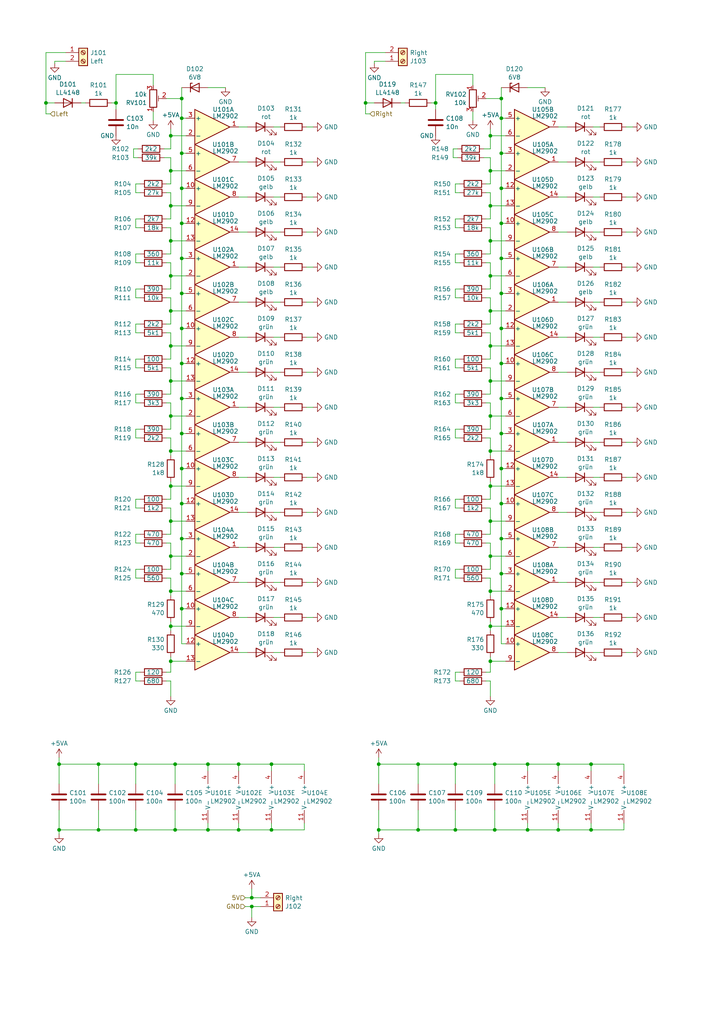
<source format=kicad_sch>
(kicad_sch (version 20230121) (generator eeschema)
  (paper "A4" portrait)
  (junction (at 49.53 161.29))
  (junction (at 69.215 221.615))
  (junction (at 52.705 176.53))
  (junction (at 132.08 221.615))
  (junction (at 49.53 69.85))
  (junction (at 52.705 54.61))
  (junction (at 52.705 115.57))
  (junction (at 52.705 44.45))
  (junction (at 49.53 120.65))
  (junction (at 145.415 44.45))
  (junction (at 49.53 151.13))
  (junction (at 49.53 191.77))
  (junction (at 73.025 262.89))
  (junction (at 109.855 240.665))
  (junction (at 49.53 39.37))
  (junction (at 49.53 90.17))
  (junction (at 142.24 130.81))
  (junction (at 171.45 240.665))
  (junction (at 39.37 240.665))
  (junction (at 142.24 140.97))
  (junction (at 161.925 240.665))
  (junction (at 49.53 59.69))
  (junction (at 145.415 146.05))
  (junction (at 145.415 74.93))
  (junction (at 121.285 240.665))
  (junction (at 145.415 135.89))
  (junction (at 143.51 240.665))
  (junction (at 142.24 110.49))
  (junction (at 121.285 221.615))
  (junction (at 49.53 181.61))
  (junction (at 52.705 28.575))
  (junction (at 145.415 156.21))
  (junction (at 143.51 221.615))
  (junction (at 145.415 125.73))
  (junction (at 52.705 146.05))
  (junction (at 52.705 85.09))
  (junction (at 142.24 161.29))
  (junction (at 49.53 130.81))
  (junction (at 145.415 176.53))
  (junction (at 142.24 59.69))
  (junction (at 145.415 28.575))
  (junction (at 52.705 105.41))
  (junction (at 142.24 171.45))
  (junction (at 49.53 100.33))
  (junction (at 142.24 49.53))
  (junction (at 142.24 120.65))
  (junction (at 28.575 221.615))
  (junction (at 161.925 221.615))
  (junction (at 142.24 100.33))
  (junction (at 17.145 240.665))
  (junction (at 106.045 29.845))
  (junction (at 126.365 29.845))
  (junction (at 49.53 140.97))
  (junction (at 78.74 221.615))
  (junction (at 132.08 240.665))
  (junction (at 33.655 29.845))
  (junction (at 49.53 110.49))
  (junction (at 153.035 221.615))
  (junction (at 60.325 240.665))
  (junction (at 49.53 171.45))
  (junction (at 145.415 54.61))
  (junction (at 49.53 80.01))
  (junction (at 52.705 95.25))
  (junction (at 109.855 221.615))
  (junction (at 49.53 49.53))
  (junction (at 17.145 221.615))
  (junction (at 73.025 260.35))
  (junction (at 142.24 80.01))
  (junction (at 50.8 221.615))
  (junction (at 52.705 135.89))
  (junction (at 52.705 156.21))
  (junction (at 60.325 221.615))
  (junction (at 39.37 221.615))
  (junction (at 153.035 240.665))
  (junction (at 171.45 221.615))
  (junction (at 142.24 39.37))
  (junction (at 50.8 240.665))
  (junction (at 142.24 151.13))
  (junction (at 142.24 191.77))
  (junction (at 142.24 181.61))
  (junction (at 52.705 34.29))
  (junction (at 145.415 166.37))
  (junction (at 145.415 115.57))
  (junction (at 145.415 95.25))
  (junction (at 145.415 105.41))
  (junction (at 52.705 166.37))
  (junction (at 142.24 90.17))
  (junction (at 52.705 64.77))
  (junction (at 145.415 85.09))
  (junction (at 145.415 64.77))
  (junction (at 52.705 74.93))
  (junction (at 28.575 240.665))
  (junction (at 52.705 125.73))
  (junction (at 69.215 240.665))
  (junction (at 13.335 29.845))
  (junction (at 142.24 69.85))
  (junction (at 78.74 240.665))
  (junction (at 145.415 34.29))
  (wire (pts (xy 52.705 156.21) (xy 52.705 146.05)))
  (wire (pts (xy 132.08 221.615) (xy 132.08 227.33)))
  (wire (pts (xy 69.215 148.59) (xy 71.755 148.59)))
  (wire (pts (xy 132.08 240.665) (xy 121.285 240.665)))
  (wire (pts (xy 132.08 197.485) (xy 132.08 194.945)))
  (wire (pts (xy 145.415 44.45) (xy 146.685 44.45)))
  (wire (pts (xy 132.08 76.2) (xy 132.08 73.66)))
  (wire (pts (xy 13.335 33.02) (xy 13.335 29.845)))
  (wire (pts (xy 52.705 54.61) (xy 52.705 44.45)))
  (wire (pts (xy 145.415 166.37) (xy 146.685 166.37)))
  (wire (pts (xy 140.97 114.3) (xy 142.24 114.3)))
  (wire (pts (xy 106.045 29.845) (xy 108.585 29.845)))
  (wire (pts (xy 52.705 95.25) (xy 52.705 85.09)))
  (wire (pts (xy 47.625 43.18) (xy 49.53 43.18)))
  (wire (pts (xy 140.97 165.1) (xy 142.24 165.1)))
  (wire (pts (xy 49.53 165.1) (xy 49.53 161.29)))
  (wire (pts (xy 49.53 37.465) (xy 49.53 39.37)))
  (wire (pts (xy 49.53 194.945) (xy 48.26 194.945)))
  (wire (pts (xy 52.705 176.53) (xy 53.975 176.53)))
  (wire (pts (xy 52.705 28.575) (xy 52.705 34.29)))
  (wire (pts (xy 52.705 64.77) (xy 52.705 54.61)))
  (wire (pts (xy 142.24 59.69) (xy 146.685 59.69)))
  (wire (pts (xy 132.08 127) (xy 132.08 124.46)))
  (wire (pts (xy 49.53 139.7) (xy 49.53 140.97)))
  (wire (pts (xy 73.025 260.35) (xy 73.025 257.81)))
  (wire (pts (xy 145.415 85.09) (xy 146.685 85.09)))
  (wire (pts (xy 142.24 73.66) (xy 142.24 69.85)))
  (wire (pts (xy 140.97 63.5) (xy 142.24 63.5)))
  (wire (pts (xy 172.085 77.47) (xy 173.99 77.47)))
  (wire (pts (xy 49.53 180.34) (xy 49.53 181.61)))
  (wire (pts (xy 39.37 165.1) (xy 40.64 165.1)))
  (wire (pts (xy 133.35 147.32) (xy 132.08 147.32)))
  (wire (pts (xy 161.925 189.23) (xy 164.465 189.23)))
  (wire (pts (xy 172.085 46.99) (xy 173.99 46.99)))
  (wire (pts (xy 161.925 118.11) (xy 164.465 118.11)))
  (wire (pts (xy 49.53 157.48) (xy 49.53 161.29)))
  (wire (pts (xy 161.925 46.99) (xy 164.465 46.99)))
  (wire (pts (xy 142.24 114.3) (xy 142.24 110.49)))
  (wire (pts (xy 133.35 116.84) (xy 132.08 116.84)))
  (wire (pts (xy 132.08 96.52) (xy 132.08 93.98)))
  (wire (pts (xy 142.24 49.53) (xy 146.685 49.53)))
  (wire (pts (xy 49.53 167.64) (xy 49.53 171.45)))
  (wire (pts (xy 52.705 146.05) (xy 53.975 146.05)))
  (wire (pts (xy 49.53 93.98) (xy 49.53 90.17)))
  (wire (pts (xy 49.53 191.77) (xy 53.975 191.77)))
  (wire (pts (xy 39.37 63.5) (xy 40.64 63.5)))
  (wire (pts (xy 145.415 156.21) (xy 145.415 146.05)))
  (wire (pts (xy 40.64 157.48) (xy 39.37 157.48)))
  (wire (pts (xy 142.24 93.98) (xy 142.24 90.17)))
  (wire (pts (xy 69.215 189.23) (xy 71.755 189.23)))
  (wire (pts (xy 142.24 110.49) (xy 146.685 110.49)))
  (wire (pts (xy 132.08 106.68) (xy 132.08 104.14)))
  (wire (pts (xy 161.925 168.91) (xy 164.465 168.91)))
  (wire (pts (xy 39.37 194.945) (xy 40.64 194.945)))
  (wire (pts (xy 15.875 17.78) (xy 19.05 17.78)))
  (wire (pts (xy 52.705 105.41) (xy 53.975 105.41)))
  (wire (pts (xy 153.035 221.615) (xy 143.51 221.615)))
  (wire (pts (xy 161.925 138.43) (xy 164.465 138.43)))
  (wire (pts (xy 49.53 154.94) (xy 49.53 151.13)))
  (wire (pts (xy 140.97 93.98) (xy 142.24 93.98)))
  (wire (pts (xy 49.53 66.04) (xy 49.53 69.85)))
  (wire (pts (xy 13.335 29.845) (xy 15.875 29.845)))
  (wire (pts (xy 49.53 100.33) (xy 53.975 100.33)))
  (wire (pts (xy 39.37 124.46) (xy 40.64 124.46)))
  (wire (pts (xy 49.53 53.34) (xy 49.53 49.53)))
  (wire (pts (xy 52.705 85.09) (xy 53.975 85.09)))
  (wire (pts (xy 140.97 106.68) (xy 142.24 106.68)))
  (wire (pts (xy 172.085 128.27) (xy 173.99 128.27)))
  (wire (pts (xy 140.335 45.72) (xy 142.24 45.72)))
  (wire (pts (xy 88.9 158.75) (xy 90.805 158.75)))
  (wire (pts (xy 116.205 29.845) (xy 117.475 29.845)))
  (wire (pts (xy 109.855 219.71) (xy 109.855 221.615)))
  (wire (pts (xy 142.24 167.64) (xy 142.24 171.45)))
  (wire (pts (xy 69.215 179.07) (xy 71.755 179.07)))
  (wire (pts (xy 145.415 115.57) (xy 145.415 105.41)))
  (wire (pts (xy 142.24 157.48) (xy 142.24 161.29)))
  (wire (pts (xy 39.37 73.66) (xy 40.64 73.66)))
  (wire (pts (xy 48.26 73.66) (xy 49.53 73.66)))
  (wire (pts (xy 142.24 100.33) (xy 146.685 100.33)))
  (wire (pts (xy 48.26 76.2) (xy 49.53 76.2)))
  (wire (pts (xy 60.325 221.615) (xy 60.325 223.52)))
  (wire (pts (xy 13.335 15.24) (xy 13.335 29.845)))
  (wire (pts (xy 180.975 221.615) (xy 171.45 221.615)))
  (wire (pts (xy 28.575 221.615) (xy 17.145 221.615)))
  (wire (pts (xy 132.08 55.88) (xy 132.08 53.34)))
  (wire (pts (xy 146.685 186.69) (xy 145.415 186.69)))
  (wire (pts (xy 132.08 144.78) (xy 133.35 144.78)))
  (wire (pts (xy 171.45 240.665) (xy 180.975 240.665)))
  (wire (pts (xy 142.24 53.34) (xy 142.24 49.53)))
  (wire (pts (xy 137.16 21.59) (xy 126.365 21.59)))
  (wire (pts (xy 39.37 53.34) (xy 40.64 53.34)))
  (wire (pts (xy 28.575 221.615) (xy 28.575 227.33)))
  (wire (pts (xy 133.35 55.88) (xy 132.08 55.88)))
  (wire (pts (xy 48.26 55.88) (xy 49.53 55.88)))
  (wire (pts (xy 52.705 105.41) (xy 52.705 95.25)))
  (wire (pts (xy 39.37 234.95) (xy 39.37 240.665)))
  (wire (pts (xy 49.53 39.37) (xy 49.53 43.18)))
  (wire (pts (xy 145.415 74.93) (xy 145.415 64.77)))
  (wire (pts (xy 39.37 116.84) (xy 39.37 114.3)))
  (wire (pts (xy 79.375 148.59) (xy 81.28 148.59)))
  (wire (pts (xy 48.26 93.98) (xy 49.53 93.98)))
  (wire (pts (xy 88.9 128.27) (xy 90.805 128.27)))
  (wire (pts (xy 69.215 240.665) (xy 78.74 240.665)))
  (wire (pts (xy 88.9 168.91) (xy 90.805 168.91)))
  (wire (pts (xy 33.655 31.75) (xy 33.655 29.845)))
  (wire (pts (xy 49.53 144.78) (xy 49.53 140.97)))
  (wire (pts (xy 88.9 179.07) (xy 90.805 179.07)))
  (wire (pts (xy 39.37 240.665) (xy 28.575 240.665)))
  (wire (pts (xy 140.97 104.14) (xy 142.24 104.14)))
  (wire (pts (xy 52.705 34.29) (xy 53.975 34.29)))
  (wire (pts (xy 142.24 172.72) (xy 142.24 171.45)))
  (wire (pts (xy 49.53 171.45) (xy 53.975 171.45)))
  (wire (pts (xy 44.45 21.59) (xy 33.655 21.59)))
  (wire (pts (xy 49.53 151.13) (xy 53.975 151.13)))
  (wire (pts (xy 140.97 124.46) (xy 142.24 124.46)))
  (wire (pts (xy 48.26 53.34) (xy 49.53 53.34)))
  (wire (pts (xy 132.08 194.945) (xy 133.35 194.945)))
  (wire (pts (xy 48.26 167.64) (xy 49.53 167.64)))
  (wire (pts (xy 181.61 77.47) (xy 183.515 77.47)))
  (wire (pts (xy 142.24 127) (xy 142.24 130.81)))
  (wire (pts (xy 52.705 156.21) (xy 53.975 156.21)))
  (wire (pts (xy 161.925 148.59) (xy 164.465 148.59)))
  (wire (pts (xy 172.085 138.43) (xy 173.99 138.43)))
  (wire (pts (xy 145.415 44.45) (xy 145.415 34.29)))
  (wire (pts (xy 69.215 221.615) (xy 60.325 221.615)))
  (wire (pts (xy 39.37 154.94) (xy 40.64 154.94)))
  (wire (pts (xy 52.705 115.57) (xy 52.705 105.41)))
  (wire (pts (xy 39.37 55.88) (xy 39.37 53.34)))
  (wire (pts (xy 172.085 158.75) (xy 173.99 158.75)))
  (wire (pts (xy 52.705 64.77) (xy 53.975 64.77)))
  (wire (pts (xy 40.64 147.32) (xy 39.37 147.32)))
  (wire (pts (xy 121.285 240.665) (xy 109.855 240.665)))
  (wire (pts (xy 126.365 21.59) (xy 126.365 29.845)))
  (wire (pts (xy 71.12 260.35) (xy 73.025 260.35)))
  (wire (pts (xy 48.26 83.82) (xy 49.53 83.82)))
  (wire (pts (xy 69.215 67.31) (xy 71.755 67.31)))
  (wire (pts (xy 142.24 154.94) (xy 142.24 151.13)))
  (wire (pts (xy 121.285 221.615) (xy 109.855 221.615)))
  (wire (pts (xy 49.53 39.37) (xy 53.975 39.37)))
  (wire (pts (xy 50.8 240.665) (xy 39.37 240.665)))
  (wire (pts (xy 52.705 44.45) (xy 53.975 44.45)))
  (wire (pts (xy 140.97 154.94) (xy 142.24 154.94)))
  (wire (pts (xy 181.61 107.95) (xy 183.515 107.95)))
  (wire (pts (xy 142.24 39.37) (xy 142.24 43.18)))
  (wire (pts (xy 33.655 29.845) (xy 32.385 29.845)))
  (wire (pts (xy 88.9 107.95) (xy 90.805 107.95)))
  (wire (pts (xy 69.215 221.615) (xy 69.215 223.52)))
  (wire (pts (xy 142.24 190.5) (xy 142.24 191.77)))
  (wire (pts (xy 109.855 221.615) (xy 109.855 227.33)))
  (wire (pts (xy 145.415 95.25) (xy 145.415 85.09)))
  (wire (pts (xy 142.24 96.52) (xy 142.24 100.33)))
  (wire (pts (xy 132.08 124.46) (xy 133.35 124.46)))
  (wire (pts (xy 40.64 167.64) (xy 39.37 167.64)))
  (wire (pts (xy 49.53 90.17) (xy 53.975 90.17)))
  (wire (pts (xy 44.45 21.59) (xy 44.45 24.765)))
  (wire (pts (xy 133.35 157.48) (xy 132.08 157.48)))
  (wire (pts (xy 39.37 66.04) (xy 39.37 63.5)))
  (wire (pts (xy 17.145 240.665) (xy 17.145 241.935)))
  (wire (pts (xy 108.585 18.415) (xy 108.585 17.78)))
  (wire (pts (xy 137.16 32.385) (xy 137.16 34.925)))
  (wire (pts (xy 172.085 107.95) (xy 173.99 107.95)))
  (wire (pts (xy 132.08 73.66) (xy 133.35 73.66)))
  (wire (pts (xy 69.215 87.63) (xy 71.755 87.63)))
  (wire (pts (xy 49.53 140.97) (xy 53.975 140.97)))
  (wire (pts (xy 172.085 118.11) (xy 173.99 118.11)))
  (wire (pts (xy 142.24 116.84) (xy 142.24 120.65)))
  (wire (pts (xy 52.705 176.53) (xy 52.705 166.37)))
  (wire (pts (xy 142.24 66.04) (xy 142.24 69.85)))
  (wire (pts (xy 50.8 221.615) (xy 39.37 221.615)))
  (wire (pts (xy 40.64 106.68) (xy 39.37 106.68)))
  (wire (pts (xy 78.74 240.665) (xy 88.265 240.665)))
  (wire (pts (xy 140.97 66.04) (xy 142.24 66.04)))
  (wire (pts (xy 180.975 238.76) (xy 180.975 240.665)))
  (wire (pts (xy 142.24 83.82) (xy 142.24 80.01)))
  (wire (pts (xy 60.325 238.76) (xy 60.325 240.665)))
  (wire (pts (xy 137.16 21.59) (xy 137.16 24.765)))
  (wire (pts (xy 142.24 104.14) (xy 142.24 100.33)))
  (wire (pts (xy 131.445 43.18) (xy 132.715 43.18)))
  (wire (pts (xy 79.375 168.91) (xy 81.28 168.91)))
  (wire (pts (xy 79.375 67.31) (xy 81.28 67.31)))
  (wire (pts (xy 140.97 86.36) (xy 142.24 86.36)))
  (wire (pts (xy 145.415 125.73) (xy 146.685 125.73)))
  (wire (pts (xy 69.215 107.95) (xy 71.755 107.95)))
  (wire (pts (xy 181.61 36.83) (xy 183.515 36.83)))
  (wire (pts (xy 171.45 238.76) (xy 171.45 240.665)))
  (wire (pts (xy 145.415 25.4) (xy 145.415 28.575)))
  (wire (pts (xy 132.08 116.84) (xy 132.08 114.3)))
  (wire (pts (xy 132.08 66.04) (xy 132.08 63.5)))
  (wire (pts (xy 48.26 104.14) (xy 49.53 104.14)))
  (wire (pts (xy 106.045 15.24) (xy 106.045 29.845)))
  (wire (pts (xy 49.53 49.53) (xy 53.975 49.53)))
  (wire (pts (xy 40.64 86.36) (xy 39.37 86.36)))
  (wire (pts (xy 142.24 45.72) (xy 142.24 49.53)))
  (wire (pts (xy 181.61 148.59) (xy 183.515 148.59)))
  (wire (pts (xy 143.51 240.665) (xy 132.08 240.665)))
  (wire (pts (xy 88.9 36.83) (xy 90.805 36.83)))
  (wire (pts (xy 40.64 197.485) (xy 39.37 197.485)))
  (wire (pts (xy 107.315 33.02) (xy 106.045 33.02)))
  (wire (pts (xy 49.53 73.66) (xy 49.53 69.85)))
  (wire (pts (xy 79.375 189.23) (xy 81.28 189.23)))
  (wire (pts (xy 142.24 130.81) (xy 146.685 130.81)))
  (wire (pts (xy 132.08 93.98) (xy 133.35 93.98)))
  (wire (pts (xy 133.35 86.36) (xy 132.08 86.36)))
  (wire (pts (xy 49.53 130.81) (xy 53.975 130.81)))
  (wire (pts (xy 145.415 146.05) (xy 145.415 135.89)))
  (wire (pts (xy 69.215 46.99) (xy 71.755 46.99)))
  (wire (pts (xy 49.53 96.52) (xy 49.53 100.33)))
  (wire (pts (xy 145.415 135.89) (xy 146.685 135.89)))
  (wire (pts (xy 79.375 118.11) (xy 81.28 118.11)))
  (wire (pts (xy 60.325 221.615) (xy 50.8 221.615)))
  (wire (pts (xy 49.53 45.72) (xy 49.53 49.53)))
  (wire (pts (xy 23.495 29.845) (xy 24.765 29.845)))
  (wire (pts (xy 48.26 127) (xy 49.53 127)))
  (wire (pts (xy 145.415 54.61) (xy 146.685 54.61)))
  (wire (pts (xy 171.45 221.615) (xy 161.925 221.615)))
  (wire (pts (xy 39.37 76.2) (xy 39.37 73.66)))
  (wire (pts (xy 161.925 238.76) (xy 161.925 240.665)))
  (wire (pts (xy 52.705 74.93) (xy 52.705 64.77)))
  (wire (pts (xy 28.575 234.95) (xy 28.575 240.665)))
  (wire (pts (xy 79.375 57.15) (xy 81.28 57.15)))
  (wire (pts (xy 161.925 221.615) (xy 161.925 223.52)))
  (wire (pts (xy 49.53 194.945) (xy 49.53 191.77)))
  (wire (pts (xy 161.925 179.07) (xy 164.465 179.07)))
  (wire (pts (xy 39.37 106.68) (xy 39.37 104.14)))
  (wire (pts (xy 48.26 28.575) (xy 52.705 28.575)))
  (wire (pts (xy 50.8 221.615) (xy 50.8 227.33)))
  (wire (pts (xy 69.215 36.83) (xy 71.755 36.83)))
  (wire (pts (xy 49.53 63.5) (xy 49.53 59.69)))
  (wire (pts (xy 132.08 86.36) (xy 132.08 83.82)))
  (wire (pts (xy 49.53 76.2) (xy 49.53 80.01)))
  (wire (pts (xy 48.26 147.32) (xy 49.53 147.32)))
  (wire (pts (xy 142.24 147.32) (xy 142.24 151.13)))
  (wire (pts (xy 88.9 118.11) (xy 90.805 118.11)))
  (wire (pts (xy 79.375 77.47) (xy 81.28 77.47)))
  (wire (pts (xy 52.705 125.73) (xy 52.705 115.57)))
  (wire (pts (xy 49.53 181.61) (xy 53.975 181.61)))
  (wire (pts (xy 40.005 45.72) (xy 38.735 45.72)))
  (wire (pts (xy 142.24 165.1) (xy 142.24 161.29)))
  (wire (pts (xy 181.61 179.07) (xy 183.515 179.07)))
  (wire (pts (xy 161.925 107.95) (xy 164.465 107.95)))
  (wire (pts (xy 111.76 15.24) (xy 106.045 15.24)))
  (wire (pts (xy 49.53 55.88) (xy 49.53 59.69)))
  (wire (pts (xy 161.925 87.63) (xy 164.465 87.63)))
  (wire (pts (xy 69.215 57.15) (xy 71.755 57.15)))
  (wire (pts (xy 132.08 221.615) (xy 121.285 221.615)))
  (wire (pts (xy 48.26 96.52) (xy 49.53 96.52)))
  (wire (pts (xy 145.415 28.575) (xy 145.415 34.29)))
  (wire (pts (xy 52.705 166.37) (xy 52.705 156.21)))
  (wire (pts (xy 40.64 66.04) (xy 39.37 66.04)))
  (wire (pts (xy 69.215 158.75) (xy 71.755 158.75)))
  (wire (pts (xy 49.53 197.485) (xy 49.53 201.93)))
  (wire (pts (xy 181.61 128.27) (xy 183.515 128.27)))
  (wire (pts (xy 39.37 93.98) (xy 40.64 93.98)))
  (wire (pts (xy 88.265 221.615) (xy 78.74 221.615)))
  (wire (pts (xy 143.51 221.615) (xy 132.08 221.615)))
  (wire (pts (xy 49.53 161.29) (xy 53.975 161.29)))
  (wire (pts (xy 181.61 57.15) (xy 183.515 57.15)))
  (wire (pts (xy 142.24 181.61) (xy 146.685 181.61)))
  (wire (pts (xy 39.37 83.82) (xy 40.64 83.82)))
  (wire (pts (xy 181.61 118.11) (xy 183.515 118.11)))
  (wire (pts (xy 52.705 44.45) (xy 52.705 34.29)))
  (wire (pts (xy 49.53 181.61) (xy 49.53 182.88)))
  (wire (pts (xy 145.415 166.37) (xy 145.415 156.21)))
  (wire (pts (xy 172.085 179.07) (xy 173.99 179.07)))
  (wire (pts (xy 48.26 144.78) (xy 49.53 144.78)))
  (wire (pts (xy 50.8 234.95) (xy 50.8 240.665)))
  (wire (pts (xy 78.74 221.615) (xy 78.74 223.52)))
  (wire (pts (xy 52.705 74.93) (xy 53.975 74.93)))
  (wire (pts (xy 121.285 234.95) (xy 121.285 240.665)))
  (wire (pts (xy 161.925 221.615) (xy 153.035 221.615)))
  (wire (pts (xy 49.53 127) (xy 49.53 130.81)))
  (wire (pts (xy 88.9 77.47) (xy 90.805 77.47)))
  (wire (pts (xy 142.24 161.29) (xy 146.685 161.29)))
  (wire (pts (xy 172.085 57.15) (xy 173.99 57.15)))
  (wire (pts (xy 79.375 107.95) (xy 81.28 107.95)))
  (wire (pts (xy 39.37 144.78) (xy 40.64 144.78)))
  (wire (pts (xy 145.415 85.09) (xy 145.415 74.93)))
  (wire (pts (xy 39.37 96.52) (xy 39.37 93.98)))
  (wire (pts (xy 142.24 106.68) (xy 142.24 110.49)))
  (wire (pts (xy 71.12 262.89) (xy 73.025 262.89)))
  (wire (pts (xy 39.37 127) (xy 39.37 124.46)))
  (wire (pts (xy 142.24 43.18) (xy 140.335 43.18)))
  (wire (pts (xy 48.26 114.3) (xy 49.53 114.3)))
  (wire (pts (xy 78.74 221.615) (xy 69.215 221.615)))
  (wire (pts (xy 132.08 157.48) (xy 132.08 154.94)))
  (wire (pts (xy 145.415 176.53) (xy 145.415 166.37)))
  (wire (pts (xy 132.08 114.3) (xy 133.35 114.3)))
  (wire (pts (xy 109.855 240.665) (xy 109.855 234.95)))
  (wire (pts (xy 52.705 146.05) (xy 52.705 135.89)))
  (wire (pts (xy 140.97 147.32) (xy 142.24 147.32)))
  (wire (pts (xy 48.26 124.46) (xy 49.53 124.46)))
  (wire (pts (xy 142.24 55.88) (xy 142.24 59.69)))
  (wire (pts (xy 44.45 32.385) (xy 44.45 34.925)))
  (wire (pts (xy 52.705 166.37) (xy 53.975 166.37)))
  (wire (pts (xy 126.365 29.845) (xy 125.095 29.845)))
  (wire (pts (xy 131.445 45.72) (xy 131.445 43.18)))
  (wire (pts (xy 172.085 67.31) (xy 173.99 67.31)))
  (wire (pts (xy 140.97 83.82) (xy 142.24 83.82)))
  (wire (pts (xy 49.53 110.49) (xy 53.975 110.49)))
  (wire (pts (xy 140.97 28.575) (xy 145.415 28.575)))
  (wire (pts (xy 49.53 124.46) (xy 49.53 120.65)))
  (wire (pts (xy 181.61 158.75) (xy 183.515 158.75)))
  (wire (pts (xy 49.53 114.3) (xy 49.53 110.49)))
  (wire (pts (xy 49.53 83.82) (xy 49.53 80.01)))
  (wire (pts (xy 140.97 73.66) (xy 142.24 73.66)))
  (wire (pts (xy 171.45 221.615) (xy 171.45 223.52)))
  (wire (pts (xy 142.24 124.46) (xy 142.24 120.65)))
  (wire (pts (xy 142.24 144.78) (xy 142.24 140.97)))
  (wire (pts (xy 153.035 240.665) (xy 161.925 240.665)))
  (wire (pts (xy 132.08 147.32) (xy 132.08 144.78)))
  (wire (pts (xy 181.61 168.91) (xy 183.515 168.91)))
  (wire (pts (xy 133.35 66.04) (xy 132.08 66.04)))
  (wire (pts (xy 88.9 87.63) (xy 90.805 87.63)))
  (wire (pts (xy 142.24 86.36) (xy 142.24 90.17)))
  (wire (pts (xy 88.9 46.99) (xy 90.805 46.99)))
  (wire (pts (xy 172.085 148.59) (xy 173.99 148.59)))
  (wire (pts (xy 49.53 59.69) (xy 53.975 59.69)))
  (wire (pts (xy 48.26 63.5) (xy 49.53 63.5)))
  (wire (pts (xy 143.51 234.95) (xy 143.51 240.665)))
  (wire (pts (xy 145.415 64.77) (xy 146.685 64.77)))
  (wire (pts (xy 33.655 21.59) (xy 33.655 29.845)))
  (wire (pts (xy 75.565 260.35) (xy 73.025 260.35)))
  (wire (pts (xy 145.415 64.77) (xy 145.415 54.61)))
  (wire (pts (xy 161.925 158.75) (xy 164.465 158.75)))
  (wire (pts (xy 181.61 67.31) (xy 183.515 67.31)))
  (wire (pts (xy 48.26 157.48) (xy 49.53 157.48)))
  (wire (pts (xy 153.035 221.615) (xy 153.035 223.52)))
  (wire (pts (xy 133.35 197.485) (xy 132.08 197.485)))
  (wire (pts (xy 145.415 156.21) (xy 146.685 156.21)))
  (wire (pts (xy 60.325 240.665) (xy 69.215 240.665)))
  (wire (pts (xy 52.705 54.61) (xy 53.975 54.61)))
  (wire (pts (xy 49.53 190.5) (xy 49.53 191.77)))
  (wire (pts (xy 181.61 87.63) (xy 183.515 87.63)))
  (wire (pts (xy 50.8 240.665) (xy 60.325 240.665)))
  (wire (pts (xy 142.24 90.17) (xy 146.685 90.17)))
  (wire (pts (xy 132.715 45.72) (xy 131.445 45.72)))
  (wire (pts (xy 142.24 76.2) (xy 142.24 80.01)))
  (wire (pts (xy 69.215 97.79) (xy 71.755 97.79)))
  (wire (pts (xy 181.61 97.79) (xy 183.515 97.79)))
  (wire (pts (xy 142.24 139.7) (xy 142.24 140.97)))
  (wire (pts (xy 88.9 57.15) (xy 90.805 57.15)))
  (wire (pts (xy 142.24 197.485) (xy 142.24 201.93)))
  (wire (pts (xy 181.61 46.99) (xy 183.515 46.99)))
  (wire (pts (xy 172.085 189.23) (xy 173.99 189.23)))
  (wire (pts (xy 145.415 125.73) (xy 145.415 115.57)))
  (wire (pts (xy 88.265 223.52) (xy 88.265 221.615)))
  (wire (pts (xy 132.08 165.1) (xy 133.35 165.1)))
  (wire (pts (xy 142.24 132.08) (xy 142.24 130.81)))
  (wire (pts (xy 145.415 146.05) (xy 146.685 146.05)))
  (wire (pts (xy 52.705 135.89) (xy 52.705 125.73)))
  (wire (pts (xy 52.705 125.73) (xy 53.975 125.73)))
  (wire (pts (xy 143.51 240.665) (xy 153.035 240.665)))
  (wire (pts (xy 69.215 238.76) (xy 69.215 240.665)))
  (wire (pts (xy 145.415 176.53) (xy 146.685 176.53)))
  (wire (pts (xy 52.705 135.89) (xy 53.975 135.89)))
  (wire (pts (xy 132.08 167.64) (xy 132.08 165.1)))
  (wire (pts (xy 69.215 118.11) (xy 71.755 118.11)))
  (wire (pts (xy 14.605 33.02) (xy 13.335 33.02)))
  (wire (pts (xy 121.285 221.615) (xy 121.285 227.33)))
  (wire (pts (xy 142.24 181.61) (xy 142.24 182.88)))
  (wire (pts (xy 52.705 25.4) (xy 52.705 28.575)))
  (wire (pts (xy 181.61 189.23) (xy 183.515 189.23)))
  (wire (pts (xy 48.26 66.04) (xy 49.53 66.04)))
  (wire (pts (xy 142.24 120.65) (xy 146.685 120.65)))
  (wire (pts (xy 39.37 114.3) (xy 40.64 114.3)))
  (wire (pts (xy 17.145 221.615) (xy 17.145 227.33)))
  (wire (pts (xy 172.085 97.79) (xy 173.99 97.79)))
  (wire (pts (xy 132.08 53.34) (xy 133.35 53.34)))
  (wire (pts (xy 142.24 140.97) (xy 146.685 140.97)))
  (wire (pts (xy 49.53 106.68) (xy 49.53 110.49)))
  (wire (pts (xy 142.24 39.37) (xy 146.685 39.37)))
  (wire (pts (xy 142.24 171.45) (xy 146.685 171.45)))
  (wire (pts (xy 28.575 240.665) (xy 17.145 240.665)))
  (wire (pts (xy 161.925 240.665) (xy 171.45 240.665)))
  (wire (pts (xy 142.24 191.77) (xy 146.685 191.77)))
  (wire (pts (xy 52.705 85.09) (xy 52.705 74.93)))
  (wire (pts (xy 39.37 167.64) (xy 39.37 165.1)))
  (wire (pts (xy 126.365 31.75) (xy 126.365 29.845)))
  (wire (pts (xy 145.415 186.69) (xy 145.415 176.53)))
  (wire (pts (xy 49.53 69.85) (xy 53.975 69.85)))
  (wire (pts (xy 145.415 95.25) (xy 146.685 95.25)))
  (wire (pts (xy 88.9 138.43) (xy 90.805 138.43)))
  (wire (pts (xy 140.97 197.485) (xy 142.24 197.485)))
  (wire (pts (xy 140.97 167.64) (xy 142.24 167.64)))
  (wire (pts (xy 161.925 67.31) (xy 164.465 67.31)))
  (wire (pts (xy 38.735 45.72) (xy 38.735 43.18)))
  (wire (pts (xy 145.415 54.61) (xy 145.415 44.45)))
  (wire (pts (xy 142.24 69.85) (xy 146.685 69.85)))
  (wire (pts (xy 108.585 17.78) (xy 111.76 17.78)))
  (wire (pts (xy 161.925 128.27) (xy 164.465 128.27)))
  (wire (pts (xy 40.64 76.2) (xy 39.37 76.2)))
  (wire (pts (xy 88.9 97.79) (xy 90.805 97.79)))
  (wire (pts (xy 49.53 132.08) (xy 49.53 130.81)))
  (wire (pts (xy 47.625 45.72) (xy 49.53 45.72)))
  (wire (pts (xy 161.925 97.79) (xy 164.465 97.79)))
  (wire (pts (xy 79.375 97.79) (xy 81.28 97.79)))
  (wire (pts (xy 69.215 77.47) (xy 71.755 77.47)))
  (wire (pts (xy 133.35 96.52) (xy 132.08 96.52)))
  (wire (pts (xy 145.415 34.29) (xy 146.685 34.29)))
  (wire (pts (xy 140.97 116.84) (xy 142.24 116.84)))
  (wire (pts (xy 140.97 157.48) (xy 142.24 157.48)))
  (wire (pts (xy 181.61 138.43) (xy 183.515 138.43)))
  (wire (pts (xy 88.9 148.59) (xy 90.805 148.59)))
  (wire (pts (xy 39.37 86.36) (xy 39.37 83.82)))
  (wire (pts (xy 140.97 144.78) (xy 142.24 144.78)))
  (wire (pts (xy 133.35 106.68) (xy 132.08 106.68)))
  (wire (pts (xy 49.53 86.36) (xy 49.53 90.17)))
  (wire (pts (xy 145.415 135.89) (xy 145.415 125.73)))
  (wire (pts (xy 39.37 197.485) (xy 39.37 194.945)))
  (wire (pts (xy 40.64 127) (xy 39.37 127)))
  (wire (pts (xy 39.37 147.32) (xy 39.37 144.78)))
  (wire (pts (xy 49.53 104.14) (xy 49.53 100.33)))
  (wire (pts (xy 88.9 67.31) (xy 90.805 67.31)))
  (wire (pts (xy 69.215 168.91) (xy 71.755 168.91)))
  (wire (pts (xy 133.35 167.64) (xy 132.08 167.64)))
  (wire (pts (xy 142.24 180.34) (xy 142.24 181.61)))
  (wire (pts (xy 48.26 165.1) (xy 49.53 165.1)))
  (wire (pts (xy 39.37 157.48) (xy 39.37 154.94)))
  (wire (pts (xy 88.265 238.76) (xy 88.265 240.665)))
  (wire (pts (xy 161.925 77.47) (xy 164.465 77.47)))
  (wire (pts (xy 88.9 189.23) (xy 90.805 189.23)))
  (wire (pts (xy 145.415 115.57) (xy 146.685 115.57)))
  (wire (pts (xy 17.145 219.71) (xy 17.145 221.615)))
  (wire (pts (xy 49.53 116.84) (xy 49.53 120.65)))
  (wire (pts (xy 145.415 105.41) (xy 145.415 95.25)))
  (wire (pts (xy 142.24 194.945) (xy 142.24 191.77)))
  (wire (pts (xy 153.035 238.76) (xy 153.035 240.665)))
  (wire (pts (xy 52.705 186.69) (xy 52.705 176.53)))
  (wire (pts (xy 145.415 105.41) (xy 146.685 105.41)))
  (wire (pts (xy 39.37 221.615) (xy 28.575 221.615)))
  (wire (pts (xy 132.08 63.5) (xy 133.35 63.5)))
  (wire (pts (xy 79.375 36.83) (xy 81.28 36.83)))
  (wire (pts (xy 69.215 138.43) (xy 71.755 138.43)))
  (wire (pts (xy 79.375 158.75) (xy 81.28 158.75)))
  (wire (pts (xy 48.26 86.36) (xy 49.53 86.36)))
  (wire (pts (xy 132.08 234.95) (xy 132.08 240.665)))
  (wire (pts (xy 133.35 76.2) (xy 132.08 76.2)))
  (wire (pts (xy 140.97 76.2) (xy 142.24 76.2)))
  (wire (pts (xy 132.08 104.14) (xy 133.35 104.14)))
  (wire (pts (xy 39.37 221.615) (xy 39.37 227.33)))
  (wire (pts (xy 78.74 238.76) (xy 78.74 240.665)))
  (wire (pts (xy 133.35 127) (xy 132.08 127)))
  (wire (pts (xy 172.085 87.63) (xy 173.99 87.63)))
  (wire (pts (xy 48.26 106.68) (xy 49.53 106.68)))
  (wire (pts (xy 49.53 147.32) (xy 49.53 151.13)))
  (wire (pts (xy 142.24 194.945) (xy 140.97 194.945)))
  (wire (pts (xy 40.64 116.84) (xy 39.37 116.84)))
  (wire (pts (xy 109.855 240.665) (xy 109.855 241.935)))
  (wire (pts (xy 48.26 116.84) (xy 49.53 116.84)))
  (wire (pts (xy 161.925 36.83) (xy 164.465 36.83)))
  (wire (pts (xy 180.975 223.52) (xy 180.975 221.615)))
  (wire (pts (xy 69.215 128.27) (xy 71.755 128.27)))
  (wire (pts (xy 140.97 53.34) (xy 142.24 53.34)))
  (wire (pts (xy 132.08 154.94) (xy 133.35 154.94)))
  (wire (pts (xy 15.875 18.415) (xy 15.875 17.78)))
  (wire (pts (xy 40.64 96.52) (xy 39.37 96.52)))
  (wire (pts (xy 140.97 96.52) (xy 142.24 96.52)))
  (wire (pts (xy 73.025 266.065) (xy 73.025 262.89)))
  (wire (pts (xy 79.375 179.07) (xy 81.28 179.07)))
  (wire (pts (xy 140.97 127) (xy 142.24 127)))
  (wire (pts (xy 161.925 57.15) (xy 164.465 57.15)))
  (wire (pts (xy 48.26 154.94) (xy 49.53 154.94)))
  (wire (pts (xy 79.375 138.43) (xy 81.28 138.43)))
  (wire (pts (xy 142.24 37.465) (xy 142.24 39.37)))
  (wire (pts (xy 39.37 104.14) (xy 40.64 104.14)))
  (wire (pts (xy 38.735 43.18) (xy 40.005 43.18)))
  (wire (pts (xy 79.375 128.27) (xy 81.28 128.27)))
  (wire (pts (xy 142.24 151.13) (xy 146.685 151.13)))
  (wire (pts (xy 48.26 197.485) (xy 49.53 197.485)))
  (wire (pts (xy 49.53 172.72) (xy 49.53 171.45)))
  (wire (pts (xy 132.08 83.82) (xy 133.35 83.82)))
  (wire (pts (xy 52.705 115.57) (xy 53.975 115.57)))
  (wire (pts (xy 172.085 168.91) (xy 173.99 168.91)))
  (wire (pts (xy 79.375 87.63) (xy 81.28 87.63)))
  (wire (pts (xy 19.05 15.24) (xy 13.335 15.24)))
  (wire (pts (xy 153.035 25.4) (xy 158.115 25.4)))
  (wire (pts (xy 49.53 80.01) (xy 53.975 80.01)))
  (wire (pts (xy 145.415 74.93) (xy 146.685 74.93)))
  (wire (pts (xy 73.025 262.89) (xy 75.565 262.89)))
  (wire (pts (xy 60.325 25.4) (xy 65.405 25.4)))
  (wire (pts (xy 106.045 33.02) (xy 106.045 29.845)))
  (wire (pts (xy 52.705 95.25) (xy 53.975 95.25)))
  (wire (pts (xy 53.975 186.69) (xy 52.705 186.69)))
  (wire (pts (xy 17.145 240.665) (xy 17.145 234.95)))
  (wire (pts (xy 40.64 55.88) (xy 39.37 55.88)))
  (wire (pts (xy 49.53 120.65) (xy 53.975 120.65)))
  (wire (pts (xy 143.51 221.615) (xy 143.51 227.33)))
  (wire (pts (xy 142.24 80.01) (xy 146.685 80.01)))
  (wire (pts (xy 140.97 55.88) (xy 142.24 55.88)))
  (wire (pts (xy 172.085 36.83) (xy 173.99 36.83)))
  (wire (pts (xy 79.375 46.99) (xy 81.28 46.99)))
  (wire (pts (xy 142.24 63.5) (xy 142.24 59.69)))
  (hierarchical_label "5V" (shape input) (at 71.12 260.35 180))
  (hierarchical_label "Right" (shape input) (at 107.315 33.02 0))
  (hierarchical_label "GND" (shape input) (at 71.12 262.89 180))
  (hierarchical_label "Left" (shape input) (at 14.605 33.02 0))
  (symbol (lib_id "Device:R") (at 137.16 83.82 90) (unit 1)
    (property "Reference" "R156" (at 128.27 83.82 90))
    (property "Value" "390" (at 137.16 83.82 90))
    (property "Footprint" "Resistor_SMD:R_0603_1608Metric" (effects hide))
  )
  (symbol (lib_id "Device:R") (at 137.16 55.88 90) (unit 1)
    (property "Reference" "R151" (at 128.27 55.88 90))
    (property "Value" "27k" (at 137.16 55.88 90))
    (property "Footprint" "Resistor_SMD:R_0603_1608Metric" (effects hide))
  )
  (symbol (lib_id "Device:LED") (at 75.565 179.07 0) (mirror y) (unit 1)
    (property "Reference" "D117" (at 77.1525 173.6557 0))
    (property "Value" "grün" (at 77.1525 176.0799 0))
    (property "Footprint" "LED_THT:LED_D3.0mm_Clear" (effects hide))
  )
  (symbol (lib_id "power:GND") (at 15.875 18.415 0) (unit 1)
    (property "Reference" "#PWR0101" (effects hide))
    (property "Value" "GND" (at 15.875 22.5481 0))
  )
  (symbol (lib_id "Device:LED") (at 75.565 128.27 0) (mirror y) (unit 1)
    (property "Reference" "D112" (at 77.1525 122.8557 0))
    (property "Value" "grün" (at 77.1525 125.2799 0))
    (property "Footprint" "LED_THT:LED_D3.0mm_Clear" (effects hide))
  )
  (symbol (lib_id "Amplifier_Operational:LM2902") (at 61.595 128.27 0) (unit 2)
    (property "Reference" "U103" (at 64.77 123.19 0))
    (property "Value" "LM2902" (at 65.405 125.095 0))
    (property "Footprint" "Package_SO:TSSOP-14_4.4x5mm_P0.65mm" (effects hide))
    (property "Datasheet" "http://www.ti.com/lit/ds/symlink/lm2902-n.pdf" (effects hide))
  )
  (symbol (lib_id "Device:LED") (at 168.275 87.63 0) (mirror y) (unit 1)
    (property "Reference" "D126" (at 169.8625 82.2157 0))
    (property "Value" "gelb" (at 169.8625 84.6399 0))
    (property "Footprint" "LED_THT:LED_D3.0mm_Clear" (effects hide))
  )
  (symbol (lib_id "Device:R") (at 177.8 128.27 90) (unit 1)
    (property "Reference" "R186" (at 177.8 123.1097 90))
    (property "Value" "1k" (at 177.8 125.5339 90))
    (property "Footprint" "Resistor_SMD:R_0603_1608Metric" (effects hide))
  )
  (symbol (lib_id "Device:R") (at 44.45 194.945 90) (unit 1)
    (property "Reference" "R126" (at 35.56 194.945 90))
    (property "Value" "120" (at 44.45 194.945 90))
    (property "Footprint" "Resistor_SMD:R_0603_1608Metric" (effects hide))
  )
  (symbol (lib_id "Device:R") (at 142.24 176.53 0) (unit 1)
    (property "Reference" "R175" (at 140.462 175.3179 0) (effects (justify right)))
    (property "Value" "470" (at 140.462 177.7421 0) (effects (justify right)))
    (property "Footprint" "Resistor_SMD:R_0603_1608Metric" (effects hide))
  )
  (symbol (lib_id "Device:R") (at 85.09 179.07 90) (unit 1)
    (property "Reference" "R145" (at 85.09 173.9097 90))
    (property "Value" "1k" (at 85.09 176.3339 90))
    (property "Footprint" "Resistor_SMD:R_0603_1608Metric" (effects hide))
  )
  (symbol (lib_id "Device:R") (at 177.8 158.75 90) (unit 1)
    (property "Reference" "R189" (at 177.8 153.5897 90))
    (property "Value" "1k" (at 177.8 156.0139 90))
    (property "Footprint" "Resistor_SMD:R_0603_1608Metric" (effects hide))
  )
  (symbol (lib_id "Device:R") (at 121.285 29.845 90) (unit 1)
    (property "Reference" "R147" (at 121.285 24.6847 90))
    (property "Value" "1k" (at 121.285 27.1089 90))
    (property "Footprint" "Resistor_SMD:R_0603_1608Metric" (effects hide))
  )
  (symbol (lib_id "power:GND") (at 183.515 77.47 90) (unit 1)
    (property "Reference" "#PWR0139" (effects hide))
    (property "Value" "GND" (at 186.69 77.47 90) (effects (justify right)))
  )
  (symbol (lib_id "power:GND") (at 183.515 57.15 90) (unit 1)
    (property "Reference" "#PWR0137" (effects hide))
    (property "Value" "GND" (at 186.69 57.15 90) (effects (justify right)))
  )
  (symbol (lib_id "Device:R") (at 44.45 96.52 90) (unit 1)
    (property "Reference" "R113" (at 35.56 96.52 90))
    (property "Value" "5k1" (at 44.45 96.52 90))
    (property "Footprint" "Resistor_SMD:R_0603_1608Metric" (effects hide))
  )
  (symbol (lib_id "power:GND") (at 90.805 158.75 90) (unit 1)
    (property "Reference" "#PWR0123" (effects hide))
    (property "Value" "GND" (at 93.98 158.75 90) (effects (justify right)))
  )
  (symbol (lib_id "Device:R") (at 137.16 63.5 90) (unit 1)
    (property "Reference" "R152" (at 128.27 63.5 90))
    (property "Value" "2k7" (at 137.16 63.5 90))
    (property "Footprint" "Resistor_SMD:R_0603_1608Metric" (effects hide))
  )
  (symbol (lib_id "Device:R") (at 137.16 167.64 90) (unit 1)
    (property "Reference" "R171" (at 128.27 167.64 90))
    (property "Value" "560" (at 137.16 167.64 90))
    (property "Footprint" "Resistor_SMD:R_0603_1608Metric" (effects hide))
  )
  (symbol (lib_id "Device:LED") (at 75.565 189.23 0) (mirror y) (unit 1)
    (property "Reference" "D118" (at 77.1525 183.8157 0))
    (property "Value" "grün" (at 77.1525 186.2399 0))
    (property "Footprint" "LED_THT:LED_D3.0mm_Clear" (effects hide))
  )
  (symbol (lib_id "Device:R") (at 44.45 114.3 90) (unit 1)
    (property "Reference" "R116" (at 35.56 114.3 90))
    (property "Value" "390" (at 44.45 114.3 90))
    (property "Footprint" "Resistor_SMD:R_0603_1608Metric" (effects hide))
  )
  (symbol (lib_id "Device:R") (at 137.16 106.68 90) (unit 1)
    (property "Reference" "R161" (at 128.27 106.68 90))
    (property "Value" "5k1" (at 137.16 106.68 90))
    (property "Footprint" "Resistor_SMD:R_0603_1608Metric" (effects hide))
  )
  (symbol (lib_id "Amplifier_Operational:LM2902") (at 164.465 231.14 0) (unit 5)
    (property "Reference" "U106" (at 162.56 229.9279 0) (effects (justify left)))
    (property "Value" "LM2902" (at 162.56 232.3521 0) (effects (justify left)))
    (property "Footprint" "Package_SO:TSSOP-14_4.4x5mm_P0.65mm" (effects hide))
    (property "Datasheet" "http://www.ti.com/lit/ds/symlink/lm2902-n.pdf" (effects hide))
  )
  (symbol (lib_id "Device:R") (at 44.45 197.485 90) (unit 1)
    (property "Reference" "R127" (at 35.56 197.485 90))
    (property "Value" "680" (at 44.45 197.485 90))
    (property "Footprint" "Resistor_SMD:R_0603_1608Metric" (effects hide))
  )
  (symbol (lib_id "Device:R") (at 137.16 144.78 90) (unit 1)
    (property "Reference" "R166" (at 128.27 144.78 90))
    (property "Value" "100" (at 137.16 144.78 90))
    (property "Footprint" "Resistor_SMD:R_0603_1608Metric" (effects hide))
  )
  (symbol (lib_id "Device:LED") (at 75.565 77.47 0) (mirror y) (unit 1)
    (property "Reference" "D107" (at 77.1525 72.0557 0))
    (property "Value" "gelb" (at 77.1525 74.4799 0))
    (property "Footprint" "LED_THT:LED_D3.0mm_Clear" (effects hide))
  )
  (symbol (lib_id "Connector:Screw_Terminal_01x02") (at 24.13 15.24 0) (unit 1)
    (property "Reference" "J101" (at 26.162 15.2979 0) (effects (justify left)))
    (property "Value" "Left" (at 26.162 17.7221 0) (effects (justify left)))
    (property "Footprint" "TerminalBlock:TerminalBlock_bornier-2_P5.08mm" (effects hide))
  )
  (symbol (lib_id "Device:R") (at 85.09 158.75 90) (unit 1)
    (property "Reference" "R143" (at 85.09 153.5897 90))
    (property "Value" "1k" (at 85.09 156.0139 90))
    (property "Footprint" "Resistor_SMD:R_0603_1608Metric" (effects hide))
  )
  (symbol (lib_id "Amplifier_Operational:LM2902") (at 61.595 107.95 0) (unit 4)
    (property "Reference" "U102" (at 64.77 102.87 0))
    (property "Value" "LM2902" (at 65.405 104.775 0))
    (property "Footprint" "Package_SO:TSSOP-14_4.4x5mm_P0.65mm" (effects hide))
    (property "Datasheet" "http://www.ti.com/lit/ds/symlink/lm2902-n.pdf" (effects hide))
  )
  (symbol (lib_id "Amplifier_Operational:LM2902") (at 61.595 118.11 0) (unit 1)
    (property "Reference" "U103" (at 64.77 113.03 0))
    (property "Value" "LM2902" (at 65.405 114.935 0))
    (property "Footprint" "Package_SO:TSSOP-14_4.4x5mm_P0.65mm" (effects hide))
    (property "Datasheet" "http://www.ti.com/lit/ds/symlink/lm2902-n.pdf" (effects hide))
  )
  (symbol (lib_id "Device:R") (at 44.45 93.98 90) (unit 1)
    (property "Reference" "R112" (at 35.56 93.98 90))
    (property "Value" "2k2" (at 44.45 93.98 90))
    (property "Footprint" "Resistor_SMD:R_0603_1608Metric" (effects hide))
  )
  (symbol (lib_id "power:GND") (at 44.45 34.925 0) (unit 1)
    (property "Reference" "#PWR0105" (effects hide))
    (property "Value" "GND" (at 44.45 39.0581 0))
  )
  (symbol (lib_id "Device:R") (at 85.09 97.79 90) (unit 1)
    (property "Reference" "R137" (at 85.09 92.6297 90))
    (property "Value" "1k" (at 85.09 95.0539 90))
    (property "Footprint" "Resistor_SMD:R_0603_1608Metric" (effects hide))
  )
  (symbol (lib_id "power:GND") (at 183.515 189.23 90) (unit 1)
    (property "Reference" "#PWR0150" (effects hide))
    (property "Value" "GND" (at 186.69 189.23 90) (effects (justify right)))
  )
  (symbol (lib_id "Device:LED") (at 75.565 97.79 0) (mirror y) (unit 1)
    (property "Reference" "D109" (at 77.1525 92.3757 0))
    (property "Value" "grün" (at 77.1525 94.7999 0))
    (property "Footprint" "LED_THT:LED_D3.0mm_Clear" (effects hide))
  )
  (symbol (lib_id "Device:LED") (at 75.565 67.31 0) (mirror y) (unit 1)
    (property "Reference" "D106" (at 77.1525 61.8957 0))
    (property "Value" "gelb" (at 77.1525 64.3199 0))
    (property "Footprint" "LED_THT:LED_D3.0mm_Clear" (effects hide))
  )
  (symbol (lib_id "Device:R") (at 44.45 86.36 90) (unit 1)
    (property "Reference" "R111" (at 35.56 86.36 90))
    (property "Value" "10k" (at 44.45 86.36 90))
    (property "Footprint" "Resistor_SMD:R_0603_1608Metric" (effects hide))
  )
  (symbol (lib_id "power:GND") (at 183.515 107.95 90) (unit 1)
    (property "Reference" "#PWR0142" (effects hide))
    (property "Value" "GND" (at 186.69 107.95 90) (effects (justify right)))
  )
  (symbol (lib_id "Amplifier_Operational:LM2902") (at 154.305 128.27 0) (unit 1)
    (property "Reference" "U107" (at 157.48 123.19 0))
    (property "Value" "LM2902" (at 158.115 125.095 0))
    (property "Footprint" "Package_SO:TSSOP-14_4.4x5mm_P0.65mm" (effects hide))
    (property "Datasheet" "http://www.ti.com/lit/ds/symlink/lm2902-n.pdf" (effects hide))
  )
  (symbol (lib_id "Device:R") (at 85.09 189.23 90) (unit 1)
    (property "Reference" "R146" (at 85.09 184.0697 90))
    (property "Value" "1k" (at 85.09 186.4939 90))
    (property "Footprint" "Resistor_SMD:R_0603_1608Metric" (effects hide))
  )
  (symbol (lib_id "Amplifier_Operational:LM2902") (at 155.575 231.14 0) (unit 5)
    (property "Reference" "U105" (at 153.67 229.9279 0) (effects (justify left)))
    (property "Value" "LM2902" (at 153.67 232.3521 0) (effects (justify left)))
    (property "Footprint" "Package_SO:TSSOP-14_4.4x5mm_P0.65mm" (effects hide))
    (property "Datasheet" "http://www.ti.com/lit/ds/symlink/lm2902-n.pdf" (effects hide))
  )
  (symbol (lib_id "Device:R") (at 44.45 55.88 90) (unit 1)
    (property "Reference" "R105" (at 35.56 55.88 90))
    (property "Value" "27k" (at 44.45 55.88 90))
    (property "Footprint" "Resistor_SMD:R_0603_1608Metric" (effects hide))
  )
  (symbol (lib_id "Device:LED") (at 168.275 168.91 0) (mirror y) (unit 1)
    (property "Reference" "D134" (at 169.8625 163.4957 0))
    (property "Value" "grün" (at 169.8625 165.9199 0))
    (property "Footprint" "LED_THT:LED_D3.0mm_Clear" (effects hide))
  )
  (symbol (lib_id "Amplifier_Operational:LM2902") (at 183.515 231.14 0) (unit 5)
    (property "Reference" "U108" (at 181.61 229.9279 0) (effects (justify left)))
    (property "Value" "LM2902" (at 181.61 232.3521 0) (effects (justify left)))
    (property "Footprint" "Package_SO:TSSOP-14_4.4x5mm_P0.65mm" (effects hide))
    (property "Datasheet" "http://www.ti.com/lit/ds/symlink/lm2902-n.pdf" (effects hide))
  )
  (symbol (lib_id "Diode:LL4148") (at 19.685 29.845 180) (unit 1)
    (property "Reference" "D101" (at 19.685 24.4307 0))
    (property "Value" "LL4148" (at 19.685 26.8549 0))
    (property "Footprint" "Diode_SMD:D_MiniMELF" (effects hide))
    (property "Datasheet" "http://www.vishay.com/docs/85557/ll4148.pdf" (effects hide))
    (property "Sim.Device" "D" (effects hide))
    (property "Sim.Pins" "1=K 2=A" (effects hide))
  )
  (symbol (lib_id "Device:LED") (at 168.275 36.83 0) (mirror y) (unit 1)
    (property "Reference" "D121" (at 169.8625 31.4157 0))
    (property "Value" "rot" (at 169.8625 33.8399 0))
    (property "Footprint" "LED_THT:LED_D3.0mm_Clear" (effects hide))
  )
  (symbol (lib_id "Connector:Screw_Terminal_01x02") (at 116.84 17.78 0) (mirror x) (unit 1)
    (property "Reference" "J103" (at 118.872 17.7221 0) (effects (justify left)))
    (property "Value" "Right" (at 118.872 15.2979 0) (effects (justify left)))
    (property "Footprint" "TerminalBlock:TerminalBlock_bornier-2_P5.08mm" (effects hide))
  )
  (symbol (lib_id "Device:R") (at 85.09 148.59 90) (unit 1)
    (property "Reference" "R142" (at 85.09 143.4297 90))
    (property "Value" "1k" (at 85.09 145.8539 90))
    (property "Footprint" "Resistor_SMD:R_0603_1608Metric" (effects hide))
  )
  (symbol (lib_id "Device:R") (at 85.09 107.95 90) (unit 1)
    (property "Reference" "R138" (at 85.09 102.7897 90))
    (property "Value" "1k" (at 85.09 105.2139 90))
    (property "Footprint" "Resistor_SMD:R_0603_1608Metric" (effects hide))
  )
  (symbol (lib_id "Device:R") (at 49.53 135.89 0) (unit 1)
    (property "Reference" "R128" (at 47.752 134.6779 0) (effects (justify right)))
    (property "Value" "1k8" (at 47.752 137.1021 0) (effects (justify right)))
    (property "Footprint" "Resistor_SMD:R_0603_1608Metric" (effects hide))
  )
  (symbol (lib_id "Device:R") (at 28.575 29.845 90) (unit 1)
    (property "Reference" "R101" (at 28.575 24.6847 90))
    (property "Value" "1k" (at 28.575 27.1089 90))
    (property "Footprint" "Resistor_SMD:R_0603_1608Metric" (effects hide))
  )
  (symbol (lib_id "Amplifier_Operational:LM2902") (at 61.595 77.47 0) (unit 1)
    (property "Reference" "U102" (at 64.77 72.39 0))
    (property "Value" "LM2902" (at 65.405 74.295 0))
    (property "Footprint" "Package_SO:TSSOP-14_4.4x5mm_P0.65mm" (effects hide))
    (property "Datasheet" "http://www.ti.com/lit/ds/symlink/lm2902-n.pdf" (effects hide))
  )
  (symbol (lib_id "power:GND") (at 183.515 148.59 90) (unit 1)
    (property "Reference" "#PWR0146" (effects hide))
    (property "Value" "GND" (at 186.69 148.59 90) (effects (justify right)))
  )
  (symbol (lib_id "Device:R") (at 85.09 168.91 90) (unit 1)
    (property "Reference" "R144" (at 85.09 163.7497 90))
    (property "Value" "1k" (at 85.09 166.1739 90))
    (property "Footprint" "Resistor_SMD:R_0603_1608Metric" (effects hide))
  )
  (symbol (lib_id "power:GND") (at 142.24 201.93 0) (mirror y) (unit 1)
    (property "Reference" "#PWR0133" (effects hide))
    (property "Value" "GND" (at 142.24 206.0631 0))
  )
  (symbol (lib_id "power:GND") (at 183.515 67.31 90) (unit 1)
    (property "Reference" "#PWR0138" (effects hide))
    (property "Value" "GND" (at 186.69 67.31 90) (effects (justify right)))
  )
  (symbol (lib_id "Device:LED") (at 75.565 158.75 0) (mirror y) (unit 1)
    (property "Reference" "D115" (at 77.1525 153.3357 0))
    (property "Value" "grün" (at 77.1525 155.7599 0))
    (property "Footprint" "LED_THT:LED_D3.0mm_Clear" (effects hide))
  )
  (symbol (lib_id "Device:R") (at 44.45 157.48 90) (unit 1)
    (property "Reference" "R123" (at 35.56 157.48 90))
    (property "Value" "470" (at 44.45 157.48 90))
    (property "Footprint" "Resistor_SMD:R_0603_1608Metric" (effects hide))
  )
  (symbol (lib_id "Device:R") (at 85.09 128.27 90) (unit 1)
    (property "Reference" "R140" (at 85.09 123.1097 90))
    (property "Value" "1k" (at 85.09 125.5339 90))
    (property "Footprint" "Resistor_SMD:R_0603_1608Metric" (effects hide))
  )
  (symbol (lib_id "power:GND") (at 183.515 168.91 90) (unit 1)
    (property "Reference" "#PWR0148" (effects hide))
    (property "Value" "GND" (at 186.69 168.91 90) (effects (justify right)))
  )
  (symbol (lib_id "Amplifier_Operational:LM2902") (at 154.305 168.91 0) (unit 1)
    (property "Reference" "U108" (at 157.48 163.83 0))
    (property "Value" "LM2902" (at 158.115 165.735 0))
    (property "Footprint" "Package_SO:TSSOP-14_4.4x5mm_P0.65mm" (effects hide))
    (property "Datasheet" "http://www.ti.com/lit/ds/symlink/lm2902-n.pdf" (effects hide))
  )
  (symbol (lib_id "power:GND") (at 183.515 179.07 90) (unit 1)
    (property "Reference" "#PWR0149" (effects hide))
    (property "Value" "GND" (at 186.69 179.07 90) (effects (justify right)))
  )
  (symbol (lib_id "power:GND") (at 183.515 97.79 90) (unit 1)
    (property "Reference" "#PWR0141" (effects hide))
    (property "Value" "GND" (at 186.69 97.79 90) (effects (justify right)))
  )
  (symbol (lib_id "Device:R") (at 49.53 186.69 0) (unit 1)
    (property "Reference" "R130" (at 47.752 185.4779 0) (effects (justify right)))
    (property "Value" "330" (at 47.752 187.9021 0) (effects (justify right)))
    (property "Footprint" "Resistor_SMD:R_0603_1608Metric" (effects hide))
  )
  (symbol (lib_id "Device:LED") (at 168.275 158.75 0) (mirror y) (unit 1)
    (property "Reference" "D133" (at 169.8625 153.3357 0))
    (property "Value" "grün" (at 169.8625 155.7599 0))
    (property "Footprint" "LED_THT:LED_D3.0mm_Clear" (effects hide))
  )
  (symbol (lib_id "Device:R") (at 44.45 63.5 90) (unit 1)
    (property "Reference" "R106" (at 35.56 63.5 90))
    (property "Value" "2k7" (at 44.45 63.5 90))
    (property "Footprint" "Resistor_SMD:R_0603_1608Metric" (effects hide))
  )
  (symbol (lib_id "Amplifier_Operational:LM2902") (at 154.305 138.43 0) (unit 4)
    (property "Reference" "U107" (at 157.48 133.35 0))
    (property "Value" "LM2902" (at 158.115 135.255 0))
    (property "Footprint" "Package_SO:TSSOP-14_4.4x5mm_P0.65mm" (effects hide))
    (property "Datasheet" "http://www.ti.com/lit/ds/symlink/lm2902-n.pdf" (effects hide))
  )
  (symbol (lib_id "Device:R") (at 137.16 104.14 90) (unit 1)
    (property "Reference" "R160" (at 128.27 104.14 90))
    (property "Value" "100" (at 137.16 104.14 90))
    (property "Footprint" "Resistor_SMD:R_0603_1608Metric" (effects hide))
  )
  (symbol (lib_id "power:GND") (at 90.805 57.15 90) (unit 1)
    (property "Reference" "#PWR0113" (effects hide))
    (property "Value" "GND" (at 93.98 57.15 90) (effects (justify right)))
  )
  (symbol (lib_id "power:GND") (at 183.515 128.27 90) (unit 1)
    (property "Reference" "#PWR0144" (effects hide))
    (property "Value" "GND" (at 186.69 128.27 90) (effects (justify right)))
  )
  (symbol (lib_id "power:GND") (at 183.515 158.75 90) (unit 1)
    (property "Reference" "#PWR0147" (effects hide))
    (property "Value" "GND" (at 186.69 158.75 90) (effects (justify right)))
  )
  (symbol (lib_id "Device:LED") (at 168.275 128.27 0) (mirror y) (unit 1)
    (property "Reference" "D130" (at 169.8625 122.8557 0))
    (property "Value" "grün" (at 169.8625 125.2799 0))
    (property "Footprint" "LED_THT:LED_D3.0mm_Clear" (effects hide))
  )
  (symbol (lib_id "Device:R") (at 137.16 114.3 90) (unit 1)
    (property "Reference" "R162" (at 128.27 114.3 90))
    (property "Value" "390" (at 137.16 114.3 90))
    (property "Footprint" "Resistor_SMD:R_0603_1608Metric" (effects hide))
  )
  (symbol (lib_id "Device:C") (at 28.575 231.14 0) (unit 1)
    (property "Reference" "C102" (at 31.496 229.9279 0) (effects (justify left)))
    (property "Value" "100n" (at 31.496 232.3521 0) (effects (justify left)))
    (property "Footprint" "Capacitor_SMD:C_0603_1608Metric" (effects hide))
  )
  (symbol (lib_id "Device:LED") (at 168.275 107.95 0) (mirror y) (unit 1)
    (property "Reference" "D128" (at 169.8625 102.5357 0))
    (property "Value" "grün" (at 169.8625 104.9599 0))
    (property "Footprint" "LED_THT:LED_D3.0mm_Clear" (effects hide))
  )
  (symbol (lib_id "power:+5VA") (at 73.025 257.81 0) (unit 1)
    (property "Reference" "#PWR0109" (effects hide))
    (property "Value" "+5VA" (at 73.025 253.6769 0))
  )
  (symbol (lib_id "Device:R") (at 44.45 106.68 90) (unit 1)
    (property "Reference" "R115" (at 35.56 106.68 90))
    (property "Value" "5k1" (at 44.45 106.68 90))
    (property "Footprint" "Resistor_SMD:R_0603_1608Metric" (effects hide))
  )
  (symbol (lib_id "Device:LED") (at 168.275 148.59 0) (mirror y) (unit 1)
    (property "Reference" "D132" (at 169.8625 143.1757 0))
    (property "Value" "grün" (at 169.8625 145.5999 0))
    (property "Footprint" "LED_THT:LED_D3.0mm_Clear" (effects hide))
  )
  (symbol (lib_id "Device:LED") (at 168.275 179.07 0) (mirror y) (unit 1)
    (property "Reference" "D135" (at 169.8625 173.6557 0))
    (property "Value" "grün" (at 169.8625 176.0799 0))
    (property "Footprint" "LED_THT:LED_D3.0mm_Clear" (effects hide))
  )
  (symbol (lib_id "Amplifier_Operational:LM2902") (at 61.595 148.59 0) (unit 4)
    (property "Reference" "U103" (at 64.77 143.51 0))
    (property "Value" "LM2902" (at 65.405 145.415 0))
    (property "Footprint" "Package_SO:TSSOP-14_4.4x5mm_P0.65mm" (effects hide))
    (property "Datasheet" "http://www.ti.com/lit/ds/symlink/lm2902-n.pdf" (effects hide))
  )
  (symbol (lib_id "power:+5VA") (at 49.53 37.465 0) (unit 1)
    (property "Reference" "#PWR0106" (effects hide))
    (property "Value" "+5VA" (at 49.53 33.3319 0))
  )
  (symbol (lib_id "Device:R") (at 137.16 93.98 90) (unit 1)
    (property "Reference" "R158" (at 128.27 93.98 90))
    (property "Value" "2k2" (at 137.16 93.98 90))
    (property "Footprint" "Resistor_SMD:R_0603_1608Metric" (effects hide))
  )
  (symbol (lib_id "power:GND") (at 90.805 67.31 90) (unit 1)
    (property "Reference" "#PWR0114" (effects hide))
    (property "Value" "GND" (at 93.98 67.31 90) (effects (justify right)))
  )
  (symbol (lib_id "power:+5VA") (at 17.145 219.71 0) (unit 1)
    (property "Reference" "#PWR0102" (effects hide))
    (property "Value" "+5VA" (at 17.145 215.5769 0))
  )
  (symbol (lib_id "Device:R") (at 136.525 43.18 90) (unit 1)
    (property "Reference" "R148" (at 127.635 43.18 90))
    (property "Value" "2k2" (at 136.525 43.18 90))
    (property "Footprint" "Resistor_SMD:R_0603_1608Metric" (effects hide))
  )
  (symbol (lib_id "Device:R") (at 85.09 138.43 90) (unit 1)
    (property "Reference" "R141" (at 85.09 133.2697 90))
    (property "Value" "1k" (at 85.09 135.6939 90))
    (property "Footprint" "Resistor_SMD:R_0603_1608Metric" (effects hide))
  )
  (symbol (lib_id "Device:R") (at 43.815 43.18 90) (unit 1)
    (property "Reference" "R102" (at 34.925 43.18 90))
    (property "Value" "2k2" (at 43.815 43.18 90))
    (property "Footprint" "Resistor_SMD:R_0603_1608Metric" (effects hide))
  )
  (symbol (lib_id "Device:C") (at 109.855 231.14 0) (unit 1)
    (property "Reference" "C106" (at 112.776 229.9279 0) (effects (justify left)))
    (property "Value" "100n" (at 112.776 232.3521 0) (effects (justify left)))
    (property "Footprint" "Capacitor_SMD:C_0603_1608Metric" (effects hide))
  )
  (symbol (lib_id "Amplifier_Operational:LM2902") (at 81.28 231.14 0) (unit 5)
    (property "Reference" "U103" (at 79.375 229.9279 0) (effects (justify left)))
    (property "Value" "LM2902" (at 79.375 232.3521 0) (effects (justify left)))
    (property "Footprint" "Package_SO:TSSOP-14_4.4x5mm_P0.65mm" (effects hide))
    (property "Datasheet" "http://www.ti.com/lit/ds/symlink/lm2902-n.pdf" (effects hide))
  )
  (symbol (lib_id "Device:LED") (at 168.275 46.99 0) (mirror y) (unit 1)
    (property "Reference" "D122" (at 169.8625 41.5757 0))
    (property "Value" "rot" (at 169.8625 43.9999 0))
    (property "Footprint" "LED_THT:LED_D3.0mm_Clear" (effects hide))
  )
  (symbol (lib_id "Device:R") (at 85.09 67.31 90) (unit 1)
    (property "Reference" "R134" (at 85.09 62.1497 90))
    (property "Value" "1k" (at 85.09 64.5739 90))
    (property "Footprint" "Resistor_SMD:R_0603_1608Metric" (effects hide))
  )
  (symbol (lib_id "Amplifier_Operational:LM2902") (at 71.755 231.14 0) (unit 5)
    (property "Reference" "U102" (at 69.85 229.9279 0) (effects (justify left)))
    (property "Value" "LM2902" (at 69.85 232.3521 0) (effects (justify left)))
    (property "Footprint" "Package_SO:TSSOP-14_4.4x5mm_P0.65mm" (effects hide))
    (property "Datasheet" "http://www.ti.com/lit/ds/symlink/lm2902-n.pdf" (effects hide))
  )
  (symbol (lib_id "Device:C") (at 17.145 231.14 0) (unit 1)
    (property "Reference" "C101" (at 20.066 229.9279 0) (effects (justify left)))
    (property "Value" "100n" (at 20.066 232.3521 0) (effects (justify left)))
    (property "Footprint" "Capacitor_SMD:C_0603_1608Metric" (effects hide))
  )
  (symbol (lib_id "Device:R") (at 85.09 46.99 90) (unit 1)
    (property "Reference" "R132" (at 85.09 41.8297 90))
    (property "Value" "1k" (at 85.09 44.2539 90))
    (property "Footprint" "Resistor_SMD:R_0603_1608Metric" (effects hide))
  )
  (symbol (lib_id "Device:R") (at 177.8 148.59 90) (unit 1)
    (property "Reference" "R188" (at 177.8 143.4297 90))
    (property "Value" "1k" (at 177.8 145.8539 90))
    (property "Footprint" "Resistor_SMD:R_0603_1608Metric" (effects hide))
  )
  (symbol (lib_id "Device:LED") (at 75.565 36.83 0) (mirror y) (unit 1)
    (property "Reference" "D103" (at 77.1525 31.4157 0))
    (property "Value" "rot" (at 77.1525 33.8399 0))
    (property "Footprint" "LED_THT:LED_D3.0mm_Clear" (effects hide))
  )
  (symbol (lib_id "power:GND") (at 90.805 97.79 90) (unit 1)
    (property "Reference" "#PWR0117" (effects hide))
    (property "Value" "GND" (at 93.98 97.79 90) (effects (justify right)))
  )
  (symbol (lib_id "power:GND") (at 137.16 34.925 0) (unit 1)
    (property "Reference" "#PWR0131" (effects hide))
    (property "Value" "GND" (at 137.16 39.0581 0))
  )
  (symbol (lib_id "Amplifier_Operational:LM2902") (at 61.595 67.31 0) (unit 4)
    (property "Reference" "U101" (at 64.77 62.23 0))
    (property "Value" "LM2902" (at 65.405 64.135 0))
    (property "Footprint" "Package_SO:TSSOP-14_4.4x5mm_P0.65mm" (effects hide))
    (property "Datasheet" "http://www.ti.com/lit/ds/symlink/lm2902-n.pdf" (effects hide))
  )
  (symbol (lib_id "power:GND") (at 108.585 18.415 0) (unit 1)
    (property "Reference" "#PWR0127" (effects hide))
    (property "Value" "GND" (at 108.585 22.5481 0))
  )
  (symbol (lib_id "power:GND") (at 90.805 189.23 90) (unit 1)
    (property "Reference" "#PWR0126" (effects hide))
    (property "Value" "GND" (at 93.98 189.23 90) (effects (justify right)))
  )
  (symbol (lib_id "power:GND") (at 90.805 36.83 90) (unit 1)
    (property "Reference" "#PWR0111" (effects hide))
    (property "Value" "GND" (at 93.98 36.83 90) (effects (justify right)))
  )
  (symbol (lib_id "power:GND") (at 17.145 241.935 0) (unit 1)
    (property "Reference" "#PWR0103" (effects hide))
    (property "Value" "GND" (at 17.145 246.0681 0))
  )
  (symbol (lib_id "Device:R") (at 177.8 36.83 90) (unit 1)
    (property "Reference" "R177" (at 177.8 31.6697 90))
    (property "Value" "1k" (at 177.8 34.0939 90))
    (property "Footprint" "Resistor_SMD:R_0603_1608Metric" (effects hide))
  )
  (symbol (lib_id "Device:R") (at 85.09 57.15 90) (unit 1)
    (property "Reference" "R133" (at 85.09 51.9897 90))
    (property "Value" "1k" (at 85.09 54.4139 90))
    (property "Footprint" "Resistor_SMD:R_0603_1608Metric" (effects hide))
  )
  (symbol (lib_id "Amplifier_Operational:LM2902") (at 154.305 36.83 0) (unit 2)
    (property "Reference" "U105" (at 157.48 31.75 0))
    (property "Value" "LM2902" (at 158.115 33.655 0))
    (property "Footprint" "Package_SO:TSSOP-14_4.4x5mm_P0.65mm" (effects hide))
    (property "Datasheet" "http://www.ti.com/lit/ds/symlink/lm2902-n.pdf" (effects hide))
  )
  (symbol (lib_id "Amplifier_Operational:LM2902") (at 61.595 179.07 0) (unit 3)
    (property "Reference" "U104" (at 64.77 173.99 0))
    (property "Value" "LM2902" (at 65.405 175.895 0))
    (property "Footprint" "Package_SO:TSSOP-14_4.4x5mm_P0.65mm" (effects hide))
    (property "Datasheet" "http://www.ti.com/lit/ds/symlink/lm2902-n.pdf" (effects hide))
  )
  (symbol (lib_id "power:GND") (at 90.805 87.63 90) (unit 1)
    (property "Reference" "#PWR0116" (effects hide))
    (property "Value" "GND" (at 93.98 87.63 90) (effects (justify right)))
  )
  (symbol (lib_id "Amplifier_Operational:LM2902") (at 154.305 148.59 0) (unit 3)
    (property "Reference" "U107" (at 157.48 143.51 0))
    (property "Value" "LM2902" (at 158.115 145.415 0))
    (property "Footprint" "Package_SO:TSSOP-14_4.4x5mm_P0.65mm" (effects hide))
    (property "Datasheet" "http://www.ti.com/lit/ds/symlink/lm2902-n.pdf" (effects hide))
  )
  (symbol (lib_id "Amplifier_Operational:LM2902") (at 61.595 36.83 0) (unit 1)
    (property "Reference" "U101" (at 64.77 31.75 0))
    (property "Value" "LM2902" (at 65.405 33.655 0))
    (property "Footprint" "Package_SO:TSSOP-14_4.4x5mm_P0.65mm" (effects hide))
    (property "Datasheet" "http://www.ti.com/lit/ds/symlink/lm2902-n.pdf" (effects hide))
  )
  (symbol (lib_id "power:GND") (at 109.855 241.935 0) (unit 1)
    (property "Reference" "#PWR0129" (effects hide))
    (property "Value" "GND" (at 109.855 246.0681 0))
  )
  (symbol (lib_id "Device:R") (at 177.8 107.95 90) (unit 1)
    (property "Reference" "R184" (at 177.8 102.7897 90))
    (property "Value" "1k" (at 177.8 105.2139 90))
    (property "Footprint" "Resistor_SMD:R_0603_1608Metric" (effects hide))
  )
  (symbol (lib_id "Device:R") (at 137.16 124.46 90) (unit 1)
    (property "Reference" "R164" (at 128.27 124.46 90))
    (property "Value" "390" (at 137.16 124.46 90))
    (property "Footprint" "Resistor_SMD:R_0603_1608Metric" (effects hide))
  )
  (symbol (lib_id "Device:C") (at 132.08 231.14 0) (unit 1)
    (property "Reference" "C109" (at 135.001 229.9279 0) (effects (justify left)))
    (property "Value" "100n" (at 135.001 232.3521 0) (effects (justify left)))
    (property "Footprint" "Capacitor_SMD:C_0603_1608Metric" (effects hide))
  )
  (symbol (lib_id "power:+5VA") (at 142.24 37.465 0) (unit 1)
    (property "Reference" "#PWR0132" (effects hide))
    (property "Value" "+5VA" (at 142.24 33.3319 0))
  )
  (symbol (lib_id "Amplifier_Operational:LM2902") (at 154.305 77.47 0) (unit 2)
    (property "Reference" "U106" (at 157.48 72.39 0))
    (property "Value" "LM2902" (at 158.115 74.295 0))
    (property "Footprint" "Package_SO:TSSOP-14_4.4x5mm_P0.65mm" (effects hide))
    (property "Datasheet" "http://www.ti.com/lit/ds/symlink/lm2902-n.pdf" (effects hide))
  )
  (symbol (lib_id "Amplifier_Operational:LM2902") (at 61.595 97.79 0) (unit 3)
    (property "Reference" "U102" (at 64.77 92.71 0))
    (property "Value" "LM2902" (at 65.405 94.615 0))
    (property "Footprint" "Package_SO:TSSOP-14_4.4x5mm_P0.65mm" (effects hide))
    (property "Datasheet" "http://www.ti.com/lit/ds/symlink/lm2902-n.pdf" (effects hide))
  )
  (symbol (lib_id "Device:LED") (at 168.275 189.23 0) (mirror y) (unit 1)
    (property "Reference" "D136" (at 169.8625 183.8157 0))
    (property "Value" "grün" (at 169.8625 186.2399 0))
    (property "Footprint" "LED_THT:LED_D3.0mm_Clear" (effects hide))
  )
  (symbol (lib_id "Amplifier_Operational:LM2902") (at 154.305 107.95 0) (unit 3)
    (property "Reference" "U106" (at 157.48 102.87 0))
    (property "Value" "LM2902" (at 158.115 104.775 0))
    (property "Footprint" "Package_SO:TSSOP-14_4.4x5mm_P0.65mm" (effects hide))
    (property "Datasheet" "http://www.ti.com/lit/ds/symlink/lm2902-n.pdf" (effects hide))
  )
  (symbol (lib_id "Device:R") (at 177.8 189.23 90) (unit 1)
    (property "Reference" "R192" (at 177.8 184.0697 90))
    (property "Value" "1k" (at 177.8 186.4939 90))
    (property "Footprint" "Resistor_SMD:R_0603_1608Metric" (effects hide))
  )
  (symbol (lib_id "Device:LED") (at 168.275 138.43 0) (mirror y) (unit 1)
    (property "Reference" "D131" (at 169.8625 133.0157 0))
    (property "Value" "grün" (at 169.8625 135.4399 0))
    (property "Footprint" "LED_THT:LED_D3.0mm_Clear" (effects hide))
  )
  (symbol (lib_id "Amplifier_Operational:LM2902") (at 61.595 168.91 0) (unit 2)
    (property "Reference" "U104" (at 64.77 163.83 0))
    (property "Value" "LM2902" (at 65.405 165.735 0))
    (property "Footprint" "Package_SO:TSSOP-14_4.4x5mm_P0.65mm" (effects hide))
    (property "Datasheet" "http://www.ti.com/lit/ds/symlink/lm2902-n.pdf" (effects hide))
  )
  (symbol (lib_id "Device:R") (at 44.45 127 90) (unit 1)
    (property "Reference" "R119" (at 35.56 127 90))
    (property "Value" "2k2" (at 44.45 127 90))
    (property "Footprint" "Resistor_SMD:R_0603_1608Metric" (effects hide))
  )
  (symbol (lib_id "Device:LED") (at 75.565 118.11 0) (mirror y) (unit 1)
    (property "Reference" "D111" (at 77.1525 112.6957 0))
    (property "Value" "grün" (at 77.1525 115.1199 0))
    (property "Footprint" "LED_THT:LED_D3.0mm_Clear" (effects hide))
  )
  (symbol (lib_id "power:GND") (at 33.655 39.37 0) (unit 1)
    (property "Reference" "#PWR0104" (effects hide))
    (property "Value" "GND" (at 31.115 39.37 0))
  )
  (symbol (lib_id "Device:LED") (at 75.565 46.99 0) (mirror y) (unit 1)
    (property "Reference" "D104" (at 77.1525 41.5757 0))
    (property "Value" "rot" (at 77.1525 43.9999 0))
    (property "Footprint" "LED_THT:LED_D3.0mm_Clear" (effects hide))
  )
  (symbol (lib_id "Device:R") (at 137.16 53.34 90) (unit 1)
    (property "Reference" "R150" (at 128.27 53.34 90))
    (property "Value" "2k2" (at 137.16 53.34 90))
    (property "Footprint" "Resistor_SMD:R_0603_1608Metric" (effects hide))
  )
  (symbol (lib_id "Device:R") (at 44.45 76.2 90) (unit 1)
    (property "Reference" "R109" (at 35.56 76.2 90))
    (property "Value" "11k" (at 44.45 76.2 90))
    (property "Footprint" "Resistor_SMD:R_0603_1608Metric" (effects hide))
  )
  (symbol (lib_id "Device:R") (at 85.09 77.47 90) (unit 1)
    (property "Reference" "R135" (at 85.09 72.3097 90))
    (property "Value" "1k" (at 85.09 74.7339 90))
    (property "Footprint" "Resistor_SMD:R_0603_1608Metric" (effects hide))
  )
  (symbol (lib_id "Device:C") (at 121.285 231.14 0) (unit 1)
    (property "Reference" "C107" (at 124.206 229.9279 0) (effects (justify left)))
    (property "Value" "100n" (at 124.206 232.3521 0) (effects (justify left)))
    (property "Footprint" "Capacitor_SMD:C_0603_1608Metric" (effects hide))
  )
  (symbol (lib_id "Device:R") (at 137.16 116.84 90) (unit 1)
    (property "Reference" "R163" (at 128.27 116.84 90))
    (property "Value" "3k3" (at 137.16 116.84 90))
    (property "Footprint" "Resistor_SMD:R_0603_1608Metric" (effects hide))
  )
  (symbol (lib_id "Device:LED") (at 75.565 87.63 0) (mirror y) (unit 1)
    (property "Reference" "D108" (at 77.1525 82.2157 0))
    (property "Value" "gelb" (at 77.1525 84.6399 0))
    (property "Footprint" "LED_THT:LED_D3.0mm_Clear" (effects hide))
  )
  (symbol (lib_id "power:GND") (at 183.515 118.11 90) (unit 1)
    (property "Reference" "#PWR0143" (effects hide))
    (property "Value" "GND" (at 186.69 118.11 90) (effects (justify right)))
  )
  (symbol (lib_id "Device:R") (at 177.8 97.79 90) (unit 1)
    (property "Reference" "R183" (at 177.8 92.6297 90))
    (property "Value" "1k" (at 177.8 95.0539 90))
    (property "Footprint" "Resistor_SMD:R_0603_1608Metric" (effects hide))
  )
  (symbol (lib_id "Device:R") (at 177.8 118.11 90) (unit 1)
    (property "Reference" "R185" (at 177.8 112.9497 90))
    (property "Value" "1k" (at 177.8 115.3739 90))
    (property "Footprint" "Resistor_SMD:R_0603_1608Metric" (effects hide))
  )
  (symbol (lib_id "power:GND") (at 90.805 148.59 90) (unit 1)
    (property "Reference" "#PWR0122" (effects hide))
    (property "Value" "GND" (at 93.98 148.59 90) (effects (justify right)))
  )
  (symbol (lib_id "power:GND") (at 90.805 107.95 90) (unit 1)
    (property "Reference" "#PWR0118" (effects hide))
    (property "Value" "GND" (at 93.98 107.95 90) (effects (justify right)))
  )
  (symbol (lib_id "Device:D_Zener") (at 149.225 25.4 0) (unit 1)
    (property "Reference" "D120" (at 149.225 19.9857 0))
    (property "Value" "6V8" (at 149.225 22.4099 0))
    (property "Footprint" "Diode_SMD:D_MiniMELF" (effects hide))
  )
  (symbol (lib_id "power:GND") (at 90.805 118.11 90) (unit 1)
    (property "Reference" "#PWR0119" (effects hide))
    (property "Value" "GND" (at 93.98 118.11 90) (effects (justify right)))
  )
  (symbol (lib_id "Amplifier_Operational:LM2902") (at 154.305 118.11 0) (unit 2)
    (property "Reference" "U107" (at 157.48 113.03 0))
    (property "Value" "LM2902" (at 158.115 114.935 0))
    (property "Footprint" "Package_SO:TSSOP-14_4.4x5mm_P0.65mm" (effects hide))
    (property "Datasheet" "http://www.ti.com/lit/ds/symlink/lm2902-n.pdf" (effects hide))
  )
  (symbol (lib_id "Device:D_Zener") (at 56.515 25.4 0) (unit 1)
    (property "Reference" "D102" (at 56.515 19.9857 0))
    (property "Value" "6V8" (at 56.515 22.4099 0))
    (property "Footprint" "Diode_SMD:D_MiniMELF" (effects hide))
  )
  (symbol (lib_id "Device:C") (at 50.8 231.14 0) (unit 1)
    (property "Reference" "C105" (at 53.721 229.9279 0) (effects (justify left)))
    (property "Value" "100n" (at 53.721 232.3521 0) (effects (justify left)))
    (property "Footprint" "Capacitor_SMD:C_0603_1608Metric" (effects hide))
  )
  (symbol (lib_id "Amplifier_Operational:LM2902") (at 154.305 87.63 0) (unit 1)
    (property "Reference" "U106" (at 157.48 82.55 0))
    (property "Value" "LM2902" (at 158.115 84.455 0))
    (property "Footprint" "Package_SO:TSSOP-14_4.4x5mm_P0.65mm" (effects hide))
    (property "Datasheet" "http://www.ti.com/lit/ds/symlink/lm2902-n.pdf" (effects hide))
  )
  (symbol (lib_id "Device:R") (at 137.16 76.2 90) (unit 1)
    (property "Reference" "R155" (at 128.27 76.2 90))
    (property "Value" "11k" (at 137.16 76.2 90))
    (property "Footprint" "Resistor_SMD:R_0603_1608Metric" (effects hide))
  )
  (symbol (lib_id "Device:R") (at 177.8 46.99 90) (unit 1)
    (property "Reference" "R178" (at 177.8 41.8297 90))
    (property "Value" "1k" (at 177.8 44.2539 90))
    (property "Footprint" "Resistor_SMD:R_0603_1608Metric" (effects hide))
  )
  (symbol (lib_id "Device:R") (at 44.45 116.84 90) (unit 1)
    (property "Reference" "R117" (at 35.56 116.84 90))
    (property "Value" "3k3" (at 44.45 116.84 90))
    (property "Footprint" "Resistor_SMD:R_0603_1608Metric" (effects hide))
  )
  (symbol (lib_id "Device:LED") (at 168.275 67.31 0) (mirror y) (unit 1)
    (property "Reference" "D124" (at 169.8625 61.8957 0))
    (property "Value" "gelb" (at 169.8625 64.3199 0))
    (property "Footprint" "LED_THT:LED_D3.0mm_Clear" (effects hide))
  )
  (symbol (lib_id "Amplifier_Operational:LM2902") (at 154.305 179.07 0) (unit 4)
    (property "Reference" "U108" (at 157.48 173.99 0))
    (property "Value" "LM2902" (at 158.115 175.895 0))
    (property "Footprint" "Package_SO:TSSOP-14_4.4x5mm_P0.65mm" (effects hide))
    (property "Datasheet" "http://www.ti.com/lit/ds/symlink/lm2902-n.pdf" (effects hide))
  )
  (symbol (lib_id "Device:R") (at 137.16 66.04 90) (unit 1)
    (property "Reference" "R153" (at 128.27 66.04 90))
    (property "Value" "18k" (at 137.16 66.04 90))
    (property "Footprint" "Resistor_SMD:R_0603_1608Metric" (effects hide))
  )
  (symbol (lib_id "power:GND") (at 158.115 25.4 0) (unit 1)
    (property "Reference" "#PWR0134" (effects hide))
    (property "Value" "GND" (at 158.115 29.5331 0))
  )
  (symbol (lib_id "Device:R") (at 85.09 36.83 90) (unit 1)
    (property "Reference" "R131" (at 85.09 31.6697 90))
    (property "Value" "1k" (at 85.09 34.0939 90))
    (property "Footprint" "Resistor_SMD:R_0603_1608Metric" (effects hide))
  )
  (symbol (lib_id "power:GND") (at 126.365 39.37 0) (unit 1)
    (property "Reference" "#PWR0130" (effects hide))
    (property "Value" "GND" (at 123.825 39.37 0))
  )
  (symbol (lib_id "Device:R") (at 85.09 87.63 90) (unit 1)
    (property "Reference" "R136" (at 85.09 82.4697 90))
    (property "Value" "1k" (at 85.09 84.8939 90))
    (property "Footprint" "Resistor_SMD:R_0603_1608Metric" (effects hide))
  )
  (symbol (lib_id "Device:R") (at 177.8 168.91 90) (unit 1)
    (property "Reference" "R190" (at 177.8 163.7497 90))
    (property "Value" "1k" (at 177.8 166.1739 90))
    (property "Footprint" "Resistor_SMD:R_0603_1608Metric" (effects hide))
  )
  (symbol (lib_id "Device:R") (at 44.45 124.46 90) (unit 1)
    (property "Reference" "R118" (at 35.56 124.46 90))
    (property "Value" "390" (at 44.45 124.46 90))
    (property "Footprint" "Resistor_SMD:R_0603_1608Metric" (effects hide))
  )
  (symbol (lib_id "Amplifier_Operational:LM2902") (at 154.305 189.23 0) (unit 3)
    (property "Reference" "U108" (at 157.48 184.15 0))
    (property "Value" "LM2902" (at 158.115 186.055 0))
    (property "Footprint" "Package_SO:TSSOP-14_4.4x5mm_P0.65mm" (effects hide))
    (property "Datasheet" "http://www.ti.com/lit/ds/symlink/lm2902-n.pdf" (effects hide))
  )
  (symbol (lib_id "Device:R_Potentiometer_Trim") (at 137.16 28.575 0) (unit 1)
    (property "Reference" "RV102" (at 135.3821 27.3629 0) (effects (justify right)))
    (property "Value" "10k" (at 135.3821 29.7871 0) (effects (justify right)))
    (property "Footprint" "Potentiometer_SMD:Potentiometer_Vishay_TS53YJ_Vertical" (effects hide))
  )
  (symbol (lib_id "Amplifier_Operational:LM2902") (at 154.305 46.99 0) (unit 1)
    (property "Reference" "U105" (at 157.48 41.91 0))
    (property "Value" "LM2902" (at 158.115 43.815 0))
    (property "Footprint" "Package_SO:TSSOP-14_4.4x5mm_P0.65mm" (effects hide))
    (property "Datasheet" "http://www.ti.com/lit/ds/symlink/lm2902-n.pdf" (effects hide))
  )
  (symbol (lib_id "Amplifier_Operational:LM2902") (at 61.595 46.99 0) (unit 2)
    (property "Reference" "U101" (at 64.77 41.91 0))
    (property "Value" "LM2902" (at 65.405 43.815 0))
    (property "Footprint" "Package_SO:TSSOP-14_4.4x5mm_P0.65mm" (effects hide))
    (property "Datasheet" "http://www.ti.com/lit/ds/symlink/lm2902-n.pdf" (effects hide))
  )
  (symbol (lib_id "Device:R") (at 177.8 179.07 90) (unit 1)
    (property "Reference" "R191" (at 177.8 173.9097 90))
    (property "Value" "1k" (at 177.8 176.3339 90))
    (property "Footprint" "Resistor_SMD:R_0603_1608Metric" (effects hide))
  )
  (symbol (lib_id "Device:R") (at 44.45 144.78 90) (unit 1)
    (property "Reference" "R120" (at 35.56 144.78 90))
    (property "Value" "100" (at 44.45 144.78 90))
    (property "Footprint" "Resistor_SMD:R_0603_1608Metric" (effects hide))
  )
  (symbol (lib_id "Device:R") (at 137.16 194.945 90) (unit 1)
    (property "Reference" "R172" (at 128.27 194.945 90))
    (property "Value" "120" (at 137.16 194.945 90))
    (property "Footprint" "Resistor_SMD:R_0603_1608Metric" (effects hide))
  )
  (symbol (lib_id "Amplifier_Operational:LM2902") (at 154.305 97.79 0) (unit 4)
    (property "Reference" "U106" (at 157.48 92.71 0))
    (property "Value" "LM2902" (at 158.115 94.615 0))
    (property "Footprint" "Package_SO:TSSOP-14_4.4x5mm_P0.65mm" (effects hide))
    (property "Datasheet" "http://www.ti.com/lit/ds/symlink/lm2902-n.pdf" (effects hide))
  )
  (symbol (lib_id "Device:R") (at 44.45 167.64 90) (unit 1)
    (property "Reference" "R125" (at 35.56 167.64 90))
    (property "Value" "560" (at 44.45 167.64 90))
    (property "Footprint" "Resistor_SMD:R_0603_1608Metric" (effects hide))
  )
  (symbol (lib_id "Device:R") (at 142.24 186.69 0) (unit 1)
    (property "Reference" "R176" (at 140.462 185.4779 0) (effects (justify right)))
    (property "Value" "330" (at 140.462 187.9021 0) (effects (justify right)))
    (property "Footprint" "Resistor_SMD:R_0603_1608Metric" (effects hide))
  )
  (symbol (lib_id "Amplifier_Operational:LM2902") (at 61.595 87.63 0) (unit 2)
    (property "Reference" "U102" (at 64.77 82.55 0))
    (property "Value" "LM2902" (at 65.405 84.455 0))
    (property "Footprint" "Package_SO:TSSOP-14_4.4x5mm_P0.65mm" (effects hide))
    (property "Datasheet" "http://www.ti.com/lit/ds/symlink/lm2902-n.pdf" (effects hide))
  )
  (symbol (lib_id "power:GND") (at 65.405 25.4 0) (unit 1)
    (property "Reference" "#PWR0108" (effects hide))
    (property "Value" "GND" (at 65.405 29.5331 0))
  )
  (symbol (lib_id "Connector:Screw_Terminal_01x02") (at 80.645 262.89 0) (mirror x) (unit 1)
    (property "Reference" "J102" (at 82.677 262.8321 0) (effects (justify left)))
    (property "Value" "Right" (at 82.677 260.4079 0) (effects (justify left)))
    (property "Footprint" "TerminalBlock:TerminalBlock_bornier-2_P5.08mm" (effects hide))
  )
  (symbol (lib_id "Amplifier_Operational:LM2902") (at 62.865 231.14 0) (unit 5)
    (property "Reference" "U101" (at 60.96 229.9279 0) (effects (justify left)))
    (property "Value" "LM2902" (at 60.96 232.3521 0) (effects (justify left)))
    (property "Footprint" "Package_SO:TSSOP-14_4.4x5mm_P0.65mm" (effects hide))
    (property "Datasheet" "http://www.ti.com/lit/ds/symlink/lm2902-n.pdf" (effects hide))
  )
  (symbol (lib_id "Device:LED") (at 168.275 118.11 0) (mirror y) (unit 1)
    (property "Reference" "D129" (at 169.8625 112.6957 0))
    (property "Value" "grün" (at 169.8625 115.1199 0))
    (property "Footprint" "LED_THT:LED_D3.0mm_Clear" (effects hide))
  )
  (symbol (lib_id "Device:R") (at 137.16 197.485 90) (unit 1)
    (property "Reference" "R173" (at 128.27 197.485 90))
    (property "Value" "680" (at 137.16 197.485 90))
    (property "Footprint" "Resistor_SMD:R_0603_1608Metric" (effects hide))
  )
  (symbol (lib_id "Device:R") (at 177.8 77.47 90) (unit 1)
    (property "Reference" "R181" (at 177.8 72.3097 90))
    (property "Value" "1k" (at 177.8 74.7339 90))
    (property "Footprint" "Resistor_SMD:R_0603_1608Metric" (effects hide))
  )
  (symbol (lib_id "Amplifier_Operational:LM2902") (at 154.305 67.31 0) (unit 3)
    (property "Reference" "U105" (at 157.48 62.23 0))
    (property "Value" "LM2902" (at 158.115 64.135 0))
    (property "Footprint" "Package_SO:TSSOP-14_4.4x5mm_P0.65mm" (effects hide))
    (property "Datasheet" "http://www.ti.com/lit/ds/symlink/lm2902-n.pdf" (effects hide))
  )
  (symbol (lib_id "Device:R") (at 177.8 138.43 90) (unit 1)
    (property "Reference" "R187" (at 177.8 133.2697 90))
    (property "Value" "1k" (at 177.8 135.6939 90))
    (property "Footprint" "Resistor_SMD:R_0603_1608Metric" (effects hide))
  )
  (symbol (lib_id "Device:R") (at 137.16 157.48 90) (unit 1)
    (property "Reference" "R169" (at 128.27 157.48 90))
    (property "Value" "470" (at 137.16 157.48 90))
    (property "Footprint" "Resistor_SMD:R_0603_1608Metric" (effects hide))
  )
  (symbol (lib_id "Device:LED") (at 75.565 57.15 0) (mirror y) (unit 1)
    (property "Reference" "D105" (at 77.1525 51.7357 0))
    (property "Value" "gelb" (at 77.1525 54.1599 0))
    (property "Footprint" "LED_THT:LED_D3.0mm_Clear" (effects hide))
  )
  (symbol (lib_id "Device:C") (at 126.365 35.56 0) (unit 1)
    (property "Reference" "C108" (at 129.286 34.3479 0) (effects (justify left)))
    (property "Value" "10n" (at 129.286 36.7721 0) (effects (justify left)))
    (property "Footprint" "Capacitor_SMD:C_0603_1608Metric" (effects hide))
  )
  (symbol (lib_id "Device:R") (at 136.525 45.72 90) (unit 1)
    (property "Reference" "R149" (at 127.635 45.72 90))
    (property "Value" "39k" (at 136.525 45.72 90))
    (property "Footprint" "Resistor_SMD:R_0603_1608Metric" (effects hide))
  )
  (symbol (lib_id "Device:LED") (at 168.275 57.15 0) (mirror y) (unit 1)
    (property "Reference" "D123" (at 169.8625 51.7357 0))
    (property "Value" "gelb" (at 169.8625 54.1599 0))
    (property "Footprint" "LED_THT:LED_D3.0mm_Clear" (effects hide))
  )
  (symbol (lib_id "Device:LED") (at 75.565 107.95 0) (mirror y) (unit 1)
    (property "Reference" "D110" (at 77.1525 102.5357 0))
    (property "Value" "grün" (at 77.1525 104.9599 0))
    (property "Footprint" "LED_THT:LED_D3.0mm_Clear" (effects hide))
  )
  (symbol (lib_id "Device:R") (at 177.8 87.63 90) (unit 1)
    (property "Reference" "R182" (at 177.8 82.4697 90))
    (property "Value" "1k" (at 177.8 84.8939 90))
    (property "Footprint" "Resistor_SMD:R_0603_1608Metric" (effects hide))
  )
  (symbol (lib_id "power:GND") (at 49.53 201.93 0) (mirror y) (unit 1)
    (property "Reference" "#PWR0107" (effects hide))
    (property "Value" "GND" (at 49.53 206.0631 0))
  )
  (symbol (lib_id "Device:C") (at 39.37 231.14 0) (unit 1)
    (property "Reference" "C104" (at 42.291 229.9279 0) (effects (justify left)))
    (property "Value" "100n" (at 42.291 232.3521 0) (effects (justify left)))
    (property "Footprint" "Capacitor_SMD:C_0603_1608Metric" (effects hide))
  )
  (symbol (lib_id "Amplifier_Operational:LM2902") (at 173.99 231.14 0) (unit 5)
    (property "Reference" "U107" (at 172.085 229.9279 0) (effects (justify left)))
    (property "Value" "LM2902" (at 172.085 232.3521 0) (effects (justify left)))
    (property "Footprint" "Package_SO:TSSOP-14_4.4x5mm_P0.65mm" (effects hide))
    (property "Datasheet" "http://www.ti.com/lit/ds/symlink/lm2902-n.pdf" (effects hide))
  )
  (symbol (lib_id "Device:R") (at 85.09 118.11 90) (unit 1)
    (property "Reference" "R139" (at 85.09 112.9497 90))
    (property "Value" "1k" (at 85.09 115.3739 90))
    (property "Footprint" "Resistor_SMD:R_0603_1608Metric" (effects hide))
  )
  (symbol (lib_id "Device:R") (at 137.16 154.94 90) (unit 1)
    (property "Reference" "R168" (at 128.27 154.94 90))
    (property "Value" "470" (at 137.16 154.94 90))
    (property "Footprint" "Resistor_SMD:R_0603_1608Metric" (effects hide))
  )
  (symbol (lib_id "Device:R") (at 137.16 127 90) (unit 1)
    (property "Reference" "R165" (at 128.27 127 90))
    (property "Value" "2k2" (at 137.16 127 90))
    (property "Footprint" "Resistor_SMD:R_0603_1608Metric" (effects hide))
  )
  (symbol (lib_id "Device:LED") (at 75.565 148.59 0) (mirror y) (unit 1)
    (property "Reference" "D114" (at 77.1525 143.1757 0))
    (property "Value" "grün" (at 77.1525 145.5999 0))
    (property "Footprint" "LED_THT:LED_D3.0mm_Clear" (effects hide))
  )
  (symbol (lib_id "Amplifier_Operational:LM2902") (at 154.305 57.15 0) (unit 4)
    (property "Reference" "U105" (at 157.48 52.07 0))
    (property "Value" "LM2902" (at 158.115 53.975 0))
    (property "Footprint" "Package_SO:TSSOP-14_4.4x5mm_P0.65mm" (effects hide))
    (property "Datasheet" "http://www.ti.com/lit/ds/symlink/lm2902-n.pdf" (effects hide))
  )
  (symbol (lib_id "Device:R") (at 177.8 67.31 90) (unit 1)
    (property "Reference" "R180" (at 177.8 62.1497 90))
    (property "Value" "1k" (at 177.8 64.5739 90))
    (property "Footprint" "Resistor_SMD:R_0603_1608Metric" (effects hide))
  )
  (symbol (lib_id "Device:LED") (at 168.275 97.79 0) (mirror y) (unit 1)
    (property "Reference" "D127" (at 169.8625 92.3757 0))
    (property "Value" "grün" (at 169.8625 94.7999 0))
    (property "Footprint" "LED_THT:LED_D3.0mm_Clear" (effects hide))
  )
  (symbol (lib_id "power:GND") (at 183.515 87.63 90) (unit 1)
    (property "Reference" "#PWR0140" (effects hide))
    (property "Value" "GND" (at 186.69 87.63 90) (effects (justify right)))
  )
  (symbol (lib_id "Device:C") (at 143.51 231.14 0) (unit 1)
    (property "Reference" "C110" (at 146.431 229.9279 0) (effects (justify left)))
    (property "Value" "100n" (at 146.431 232.3521 0) (effects (justify left)))
    (property "Footprint" "Capacitor_SMD:C_0603_1608Metric" (effects hide))
  )
  (symbol (lib_id "Amplifier_Operational:LM2902") (at 154.305 158.75 0) (unit 2)
    (property "Reference" "U108" (at 157.48 153.67 0))
    (property "Value" "LM2902" (at 158.115 155.575 0))
    (property "Footprint" "Package_SO:TSSOP-14_4.4x5mm_P0.65mm" (effects hide))
    (property "Datasheet" "http://www.ti.com/lit/ds/symlink/lm2902-n.pdf" (effects hide))
  )
  (symbol (lib_id "Device:R") (at 44.45 154.94 90) (unit 1)
    (property "Reference" "R122" (at 35.56 154.94 90))
    (property "Value" "470" (at 44.45 154.94 90))
    (property "Footprint" "Resistor_SMD:R_0603_1608Metric" (effects hide))
  )
  (symbol (lib_id "Amplifier_Operational:LM2902") (at 61.595 138.43 0) (unit 3)
    (property "Reference" "U103" (at 64.77 133.35 0))
    (property "Value" "LM2902" (at 65.405 135.255 0))
    (property "Footprint" "Package_SO:TSSOP-14_4.4x5mm_P0.65mm" (effects hide))
    (property "Datasheet" "http://www.ti.com/lit/ds/symlink/lm2902-n.pdf" (effects hide))
  )
  (symbol (lib_id "power:GND") (at 90.805 179.07 90) (unit 1)
    (property "Reference" "#PWR0125" (effects hide))
    (property "Value" "GND" (at 93.98 179.07 90) (effects (justify right)))
  )
  (symbol (lib_id "power:GND") (at 90.805 128.27 90) (unit 1)
    (property "Reference" "#PWR0120" (effects hide))
    (property "Value" "GND" (at 93.98 128.27 90) (effects (justify right)))
  )
  (symbol (lib_id "Amplifier_Operational:LM2902") (at 61.595 158.75 0) (unit 1)
    (property "Reference" "U104" (at 64.77 153.67 0))
    (property "Value" "LM2902" (at 65.405 155.575 0))
    (property "Footprint" "Package_SO:TSSOP-14_4.4x5mm_P0.65mm" (effects hide))
    (property "Datasheet" "http://www.ti.com/lit/ds/symlink/lm2902-n.pdf" (effects hide))
  )
  (symbol (lib_id "power:GND") (at 183.515 138.43 90) (unit 1)
    (property "Reference" "#PWR0145" (effects hide))
    (property "Value" "GND" (at 186.69 138.43 90) (effects (justify right)))
  )
  (symbol (lib_id "power:GND") (at 73.025 266.065 0) (unit 1)
    (property "Reference" "#PWR0110" (effects hide))
    (property "Value" "GND" (at 73.025 270.1981 0))
  )
  (symbol (lib_id "Amplifier_Operational:LM2902") (at 90.805 231.14 0) (unit 5)
    (property "Reference" "U104" (at 88.9 229.9279 0) (effects (justify left)))
    (property "Value" "LM2902" (at 88.9 232.3521 0) (effects (justify left)))
    (property "Footprint" "Package_SO:TSSOP-14_4.4x5mm_P0.65mm" (effects hide))
    (property "Datasheet" "http://www.ti.com/lit/ds/symlink/lm2902-n.pdf" (effects hide))
  )
  (symbol (lib_id "power:GND") (at 90.805 77.47 90) (unit 1)
    (property "Reference" "#PWR0115" (effects hide))
    (property "Value" "GND" (at 93.98 77.47 90) (effects (justify right)))
  )
  (symbol (lib_id "power:GND") (at 90.805 168.91 90) (unit 1)
    (property "Reference" "#PWR0124" (effects hide))
    (property "Value" "GND" (at 93.98 168.91 90) (effects (justify right)))
  )
  (symbol (lib_id "Device:LED") (at 75.565 168.91 0) (mirror y) (unit 1)
    (property "Reference" "D116" (at 77.1525 163.4957 0))
    (property "Value" "grün" (at 77.1525 165.9199 0))
    (property "Footprint" "LED_THT:LED_D3.0mm_Clear" (effects hide))
  )
  (symbol (lib_id "Device:R") (at 43.815 45.72 90) (unit 1)
    (property "Reference" "R103" (at 34.925 45.72 90))
    (property "Value" "39k" (at 43.815 45.72 90))
    (property "Footprint" "Resistor_SMD:R_0603_1608Metric" (effects hide))
  )
  (symbol (lib_id "Device:R") (at 137.16 96.52 90) (unit 1)
    (property "Reference" "R159" (at 128.27 96.52 90))
    (property "Value" "5k1" (at 137.16 96.52 90))
    (property "Footprint" "Resistor_SMD:R_0603_1608Metric" (effects hide))
  )
  (symbol (lib_id "power:+5VA") (at 109.855 219.71 0) (unit 1)
    (property "Reference" "#PWR0128" (effects hide))
    (property "Value" "+5VA" (at 109.855 215.5769 0))
  )
  (symbol (lib_id "Device:LED") (at 168.275 77.47 0) (mirror y) (unit 1)
    (property "Reference" "D125" (at 169.8625 72.0557 0))
    (property "Value" "gelb" (at 169.8625 74.4799 0))
    (property "Footprint" "LED_THT:LED_D3.0mm_Clear" (effects hide))
  )
  (symbol (lib_id "Device:R") (at 44.45 83.82 90) (unit 1)
    (property "Reference" "R110" (at 35.56 83.82 90))
    (property "Value" "390" (at 44.45 83.82 90))
    (property "Footprint" "Resistor_SMD:R_0603_1608Metric" (effects hide))
  )
  (symbol (lib_id "Device:R") (at 44.45 147.32 90) (unit 1)
    (property "Reference" "R121" (at 35.56 147.32 90))
    (property "Value" "1k2" (at 44.45 147.32 90))
    (property "Footprint" "Resistor_SMD:R_0603_1608Metric" (effects hide))
  )
  (symbol (lib_id "Device:R") (at 44.45 53.34 90) (unit 1)
    (property "Reference" "R104" (at 35.56 53.34 90))
    (property "Value" "2k2" (at 44.45 53.34 90))
    (property "Footprint" "Resistor_SMD:R_0603_1608Metric" (effects hide))
  )
  (symbol (lib_id "Device:R") (at 137.16 165.1 90) (unit 1)
    (property "Reference" "R170" (at 128.27 165.1 90))
    (property "Value" "100" (at 137.16 165.1 90))
    (property "Footprint" "Resistor_SMD:R_0603_1608Metric" (effects hide))
  )
  (symbol (lib_id "Device:R") (at 49.53 176.53 0) (unit 1)
    (property "Reference" "R129" (at 47.752 175.3179 0) (effects (justify right)))
    (property "Value" "470" (at 47.752 177.7421 0) (effects (justify right)))
    (property "Footprint" "Resistor_SMD:R_0603_1608Metric" (effects hide))
  )
  (symbol (lib_id "Device:LED") (at 75.565 138.43 0) (mirror y) (unit 1)
    (property "Reference" "D113" (at 77.1525 133.0157 0))
    (property "Value" "grün" (at 77.1525 135.4399 0))
    (property "Footprint" "LED_THT:LED_D3.0mm_Clear" (effects hide))
  )
  (symbol (lib_id "Device:R_Potentiometer_Trim") (at 44.45 28.575 0) (mirror x) (unit 1)
    (property "Reference" "RV101" (at 42.6721 29.7871 0) (effects (justify right)))
    (property "Value" "10k" (at 42.6721 27.3629 0) (effects (justify right)))
    (property "Footprint" "Potentiometer_SMD:Potentiometer_Vishay_TS53YJ_Vertical" (effects hide))
  )
  (symbol (lib_id "power:GND") (at 183.515 36.83 90) (unit 1)
    (property "Reference" "#PWR0135" (effects hide))
    (property "Value" "GND" (at 186.69 36.83 90) (effects (justify right)))
  )
  (symbol (lib_id "Device:R") (at 44.45 66.04 90) (unit 1)
    (property "Reference" "R107" (at 35.56 66.04 90))
    (property "Value" "18k" (at 44.45 66.04 90))
    (property "Footprint" "Resistor_SMD:R_0603_1608Metric" (effects hide))
  )
  (symbol (lib_id "Device:R") (at 44.45 165.1 90) (unit 1)
    (property "Reference" "R124" (at 35.56 165.1 90))
    (property "Value" "100" (at 44.45 165.1 90))
    (property "Footprint" "Resistor_SMD:R_0603_1608Metric" (effects hide))
  )
  (symbol (lib_id "power:GND") (at 90.805 46.99 90) (unit 1)
    (property "Reference" "#PWR0112" (effects hide))
    (property "Value" "GND" (at 93.98 46.99 90) (effects (justify right)))
  )
  (symbol (lib_id "Device:R") (at 137.16 147.32 90) (unit 1)
    (property "Reference" "R167" (at 128.27 147.32 90))
    (property "Value" "1k2" (at 137.16 147.32 90))
    (property "Footprint" "Resistor_SMD:R_0603_1608Metric" (effects hide))
  )
  (symbol (lib_id "Device:C") (at 33.655 35.56 0) (unit 1)
    (property "Reference" "C103" (at 36.576 34.3479 0) (effects (justify left)))
    (property "Value" "10n" (at 36.576 36.7721 0) (effects (justify left)))
    (property "Footprint" "Capacitor_SMD:C_0603_1608Metric" (effects hide))
  )
  (symbol (lib_id "Device:R") (at 137.16 86.36 90) (unit 1)
    (property "Reference" "R157" (at 128.27 86.36 90))
    (property "Value" "10k" (at 137.16 86.36 90))
    (property "Footprint" "Resistor_SMD:R_0603_1608Metric" (effects hide))
  )
  (symbol (lib_id "power:GND") (at 183.515 46.99 90) (unit 1)
    (property "Reference" "#PWR0136" (effects hide))
    (property "Value" "GND" (at 186.69 46.99 90) (effects (justify right)))
  )
  (symbol (lib_id "Device:R") (at 44.45 73.66 90) (unit 1)
    (property "Reference" "R108" (at 35.56 73.66 90))
    (property "Value" "360" (at 44.45 73.66 90))
    (property "Footprint" "Resistor_SMD:R_0603_1608Metric" (effects hide))
  )
  (symbol (lib_id "Device:R") (at 142.24 135.89 0) (unit 1)
    (property "Reference" "R174" (at 140.462 134.6779 0) (effects (justify right)))
    (property "Value" "1k8" (at 140.462 137.1021 0) (effects (justify right)))
    (property "Footprint" "Resistor_SMD:R_0603_1608Metric" (effects hide))
  )
  (symbol (lib_id "power:GND") (at 90.805 138.43 90) (unit 1)
    (property "Reference" "#PWR0121" (effects hide))
    (property "Value" "GND" (at 93.98 138.43 90) (effects (justify right)))
  )
  (symbol (lib_id "Diode:LL4148") (at 112.395 29.845 180) (unit 1)
    (property "Reference" "D119" (at 112.395 24.4307 0))
    (property "Value" "LL4148" (at 112.395 26.8549 0))
    (property "Footprint" "Diode_SMD:D_MiniMELF" (effects hide))
    (property "Datasheet" "http://www.vishay.com/docs/85557/ll4148.pdf" (effects hide))
    (property "Sim.Device" "D" (effects hide))
    (property "Sim.Pins" "1=K 2=A" (effects hide))
  )
  (symbol (lib_id "Device:R") (at 177.8 57.15 90) (unit 1)
    (property "Reference" "R179" (at 177.8 51.9897 90))
    (property "Value" "1k" (at 177.8 54.4139 90))
    (property "Footprint" "Resistor_SMD:R_0603_1608Metric" (effects hide))
  )
  (symbol (lib_id "Amplifier_Operational:LM2902") (at 61.595 189.23 0) (unit 4)
    (property "Reference" "U104" (at 64.77 184.15 0))
    (property "Value" "LM2902" (at 65.405 186.055 0))
    (property "Footprint" "Package_SO:TSSOP-14_4.4x5mm_P0.65mm" (effects hide))
    (property "Datasheet" "http://www.ti.com/lit/ds/symlink/lm2902-n.pdf" (effects hide))
  )
  (symbol (lib_id "Device:R") (at 137.16 73.66 90) (unit 1)
    (property "Reference" "R154" (at 128.27 73.66 90))
    (property "Value" "360" (at 137.16 73.66 90))
    (property "Footprint" "Resistor_SMD:R_0603_1608Metric" (effects hide))
  )
  (symbol (lib_id "Device:R") (at 44.45 104.14 90) (unit 1)
    (property "Reference" "R114" (at 35.56 104.14 90))
    (property "Value" "100" (at 44.45 104.14 90))
    (property "Footprint" "Resistor_SMD:R_0603_1608Metric" (effects hide))
  )
  (symbol (lib_id "Amplifier_Operational:LM2902") (at 61.595 57.15 0) (unit 3)
    (property "Reference" "U101" (at 64.77 52.07 0))
    (property "Value" "LM2902" (at 65.405 53.975 0))
    (property "Footprint" "Package_SO:TSSOP-14_4.4x5mm_P0.65mm" (effects hide))
    (property "Datasheet" "http://www.ti.com/lit/ds/symlink/lm2902-n.pdf" (effects hide))
  )
)
</source>
